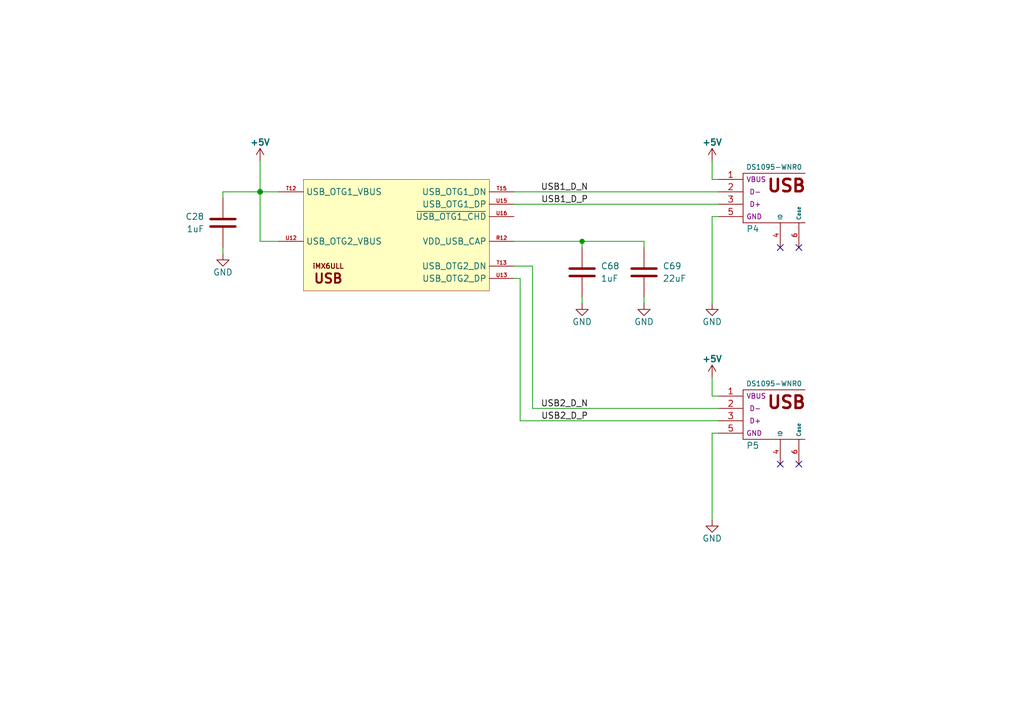
<source format=kicad_sch>
(kicad_sch (version 20210621) (generator eeschema)

  (uuid 195de958-6c0c-44e3-bd9c-75740bf6c720)

  (paper "A5")

  (title_block
    (title "iMX6ULL Compute Module & Base Board")
    (date "2021-03-23")
    (rev "1.0")
    (company "AHSA Elektronik")
  )

  (lib_symbols
    (symbol "abdullah:+5V" (power) (pin_names (offset 0)) (in_bom yes) (on_board yes)
      (property "Reference" "#PWR" (id 0) (at 0 -3.81 0)
        (effects (font (size 1.27 1.27)) hide)
      )
      (property "Value" "+5V" (id 1) (at 0 3.81 0)
        (effects (font (size 1.27 1.27) bold))
      )
      (property "Footprint" "" (id 2) (at 0 0 0)
        (effects (font (size 1.27 1.27)) hide)
      )
      (property "Datasheet" "" (id 3) (at 0 0 0)
        (effects (font (size 1.27 1.27)) hide)
      )
      (symbol "+5V_0_1"
        (polyline
          (pts
            (xy -0.762 1.27)
            (xy 0 2.54)
          )
          (stroke (width 0)) (fill (type none))
        )
        (polyline
          (pts
            (xy 0 0)
            (xy 0 2.54)
          )
          (stroke (width 0)) (fill (type none))
        )
        (polyline
          (pts
            (xy 0 2.54)
            (xy 0.762 1.27)
          )
          (stroke (width 0)) (fill (type none))
        )
      )
      (symbol "+5V_1_1"
        (pin power_in line (at 0 0 90) (length 0) hide
          (name "+5V" (effects (font (size 1.27 1.27))))
          (number "1" (effects (font (size 1.27 1.27))))
        )
      )
    )
    (symbol "abdullah:C-vert" (pin_numbers hide) (pin_names (offset 0.254)) (in_bom yes) (on_board yes)
      (property "Reference" "C" (id 0) (at 3.81 1.27 0)
        (effects (font (size 1.27 1.27)) (justify left))
      )
      (property "Value" "C-vert" (id 1) (at 3.81 -1.27 0)
        (effects (font (size 1.27 1.27)) (justify left))
      )
      (property "Footprint" "" (id 2) (at 1.27 -1.27 0)
        (effects (font (size 1.524 1.524)) hide)
      )
      (property "Datasheet" "" (id 3) (at 0 0 0)
        (effects (font (size 1.524 1.524)))
      )
      (property "Voltage" "V" (id 4) (at 3.81 -3.81 0)
        (effects (font (size 1.016 1.016)) (justify left) hide)
      )
      (property "Details" "Capacitor Ceramic Chip SMD 100nF 50V 0805 5%" (id 5) (at 0 0 0)
        (effects (font (size 1.27 1.27)) hide)
      )
      (property "ki_fp_filters" "SM* C? C1-1" (id 6) (at 0 0 0)
        (effects (font (size 1.27 1.27)) hide)
      )
      (symbol "C-vert_0_1"
        (polyline
          (pts
            (xy -2.54 -0.762)
            (xy 2.54 -0.762)
          )
          (stroke (width 0.508)) (fill (type none))
        )
        (polyline
          (pts
            (xy -2.54 0.762)
            (xy 2.54 0.762)
          )
          (stroke (width 0.508)) (fill (type none))
        )
      )
      (symbol "C-vert_1_1"
        (pin passive line (at 0 5.08 270) (length 4.318)
          (name "~" (effects (font (size 1.016 1.016))))
          (number "1" (effects (font (size 1.016 1.016))))
        )
        (pin passive line (at 0 -5.08 90) (length 4.318)
          (name "~" (effects (font (size 1.016 1.016))))
          (number "2" (effects (font (size 1.016 1.016))))
        )
      )
    )
    (symbol "abdullah:Connector-USB" (in_bom yes) (on_board yes)
      (property "Reference" "P" (id 0) (at -0.635 6.35 0)
        (effects (font (size 1.27 1.27)) (justify right))
      )
      (property "Value" "Connector-USB" (id 1) (at -13.97 0 90)
        (effects (font (size 1.016 1.016)) hide)
      )
      (property "Footprint" "" (id 2) (at 0 0 0)
        (effects (font (size 1.524 1.524)))
      )
      (property "Datasheet" "" (id 3) (at 0 0 0)
        (effects (font (size 1.524 1.524)))
      )
      (property "VCC" "VBUS" (id 4) (at -0.635 3.81 0)
        (effects (font (size 1.016 1.016)) (justify right))
      )
      (property "Data+" "D+" (id 5) (at -1.27 -1.27 0)
        (effects (font (size 1.016 1.016)) (justify right))
      )
      (property "Data-" "D-" (id 6) (at -1.27 1.27 0)
        (effects (font (size 1.016 1.016)) (justify right))
      )
      (property "Ground" "GND" (id 7) (at -0.635 -3.81 0)
        (effects (font (size 1.016 1.016)) (justify right))
      )
      (property "ki_keywords" "USB usb CONNECTOR connector" (id 8) (at 0 0 0)
        (effects (font (size 1.27 1.27)) hide)
      )
      (property "ki_description" "USB Connector" (id 9) (at 0 0 0)
        (effects (font (size 1.27 1.27)) hide)
      )
      (symbol "Connector-USB_0_0"
        (text "USB" (at -8.89 2.54 0)
          (effects (font (size 2.54 2.54) bold))
        )
      )
      (symbol "Connector-USB_0_1"
        (rectangle (start 0 -5.08) (end -12.7 -5.08)
          (stroke (width 0)) (fill (type none))
        )
        (rectangle (start 0 5.08) (end -12.7 5.08)
          (stroke (width 0)) (fill (type none))
        )
        (rectangle (start 0 5.08) (end 0 -5.08)
          (stroke (width 0)) (fill (type none))
        )
      )
      (symbol "Connector-USB_1_1"
        (pin input line (at 5.08 3.81 180) (length 5.08)
          (name "~" (effects (font (size 1.27 1.27))))
          (number "1" (effects (font (size 1.27 1.27))))
        )
        (pin input line (at 5.08 1.27 180) (length 5.08)
          (name "~" (effects (font (size 1.27 1.27))))
          (number "2" (effects (font (size 1.27 1.27))))
        )
        (pin input line (at 5.08 -1.27 180) (length 5.08)
          (name "~" (effects (font (size 1.27 1.27))))
          (number "3" (effects (font (size 1.27 1.27))))
        )
        (pin input line (at -7.62 -10.16 90) (length 5.08)
          (name "ID" (effects (font (size 0.762 0.762))))
          (number "4" (effects (font (size 1.016 1.016))))
        )
        (pin input line (at 5.08 -3.81 180) (length 5.08)
          (name "~" (effects (font (size 1.27 1.27))))
          (number "5" (effects (font (size 1.27 1.27))))
        )
        (pin input line (at -11.43 -10.16 90) (length 5.08)
          (name "Case" (effects (font (size 0.762 0.762))))
          (number "6" (effects (font (size 1.016 1.016))))
        )
      )
    )
    (symbol "abdullah:GND" (power) (pin_names (offset 0)) (in_bom yes) (on_board yes)
      (property "Reference" "#PWR" (id 0) (at 0 -6.35 0)
        (effects (font (size 1.27 1.27)) hide)
      )
      (property "Value" "GND" (id 1) (at 0 -3.81 0)
        (effects (font (size 1.27 1.27)))
      )
      (property "Footprint" "" (id 2) (at 0 0 0)
        (effects (font (size 1.27 1.27)) hide)
      )
      (property "Datasheet" "" (id 3) (at 0 0 0)
        (effects (font (size 1.27 1.27)) hide)
      )
      (symbol "GND_0_1"
        (polyline
          (pts
            (xy 0 0)
            (xy 0 -1.27)
            (xy 1.27 -1.27)
            (xy 0 -2.54)
            (xy -1.27 -1.27)
            (xy 0 -1.27)
          )
          (stroke (width 0)) (fill (type none))
        )
      )
      (symbol "GND_1_1"
        (pin power_in line (at 0 0 270) (length 0) hide
          (name "GND" (effects (font (size 1.27 1.27))))
          (number "1" (effects (font (size 1.27 1.27))))
        )
      )
    )
    (symbol "abdullah:iMX6ULL_8" (in_bom yes) (on_board yes)
      (property "Reference" "U" (id 0) (at -24.13 -71.12 0)
        (effects (font (size 1.27 1.27)) hide)
      )
      (property "Value" "iMX6ULL" (id 1) (at -21.59 60.96 0)
        (effects (font (size 1.27 1.27)) hide)
      )
      (property "Footprint" "" (id 2) (at -49.53 41.91 0)
        (effects (font (size 1.27 1.27)) hide)
      )
      (property "Datasheet" "" (id 3) (at -49.53 41.91 0)
        (effects (font (size 1.27 1.27)) hide)
      )
      (property "ki_locked" "" (id 4) (at 0 0 0)
        (effects (font (size 1.27 1.27)))
      )
      (symbol "iMX6ULL_8_1_1"
        (text "iMX6ULL" (at 0 -52.07 0)
          (effects (font (size 3.81 3.81)))
        )
        (text "POWER" (at 0 -60.96 0)
          (effects (font (size 5.08 5.08) bold))
        )
        (rectangle (start -25.4 58.42) (end 26.67 -71.12)
          (stroke (width 0.0006)) (fill (type background))
        )
        (pin unspecified line (at -30.48 -12.7 0) (length 5.08)
          (name "VSS1" (effects (font (size 1.27 1.27))))
          (number "A1" (effects (font (size 0.762 0.762))))
        )
        (pin unspecified line (at -30.48 -15.24 0) (length 5.08)
          (name "VSS2" (effects (font (size 1.27 1.27))))
          (number "A17" (effects (font (size 0.762 0.762))))
        )
        (pin unspecified line (at -30.48 -22.86 0) (length 5.08)
          (name "VSS5" (effects (font (size 1.27 1.27))))
          (number "C11" (effects (font (size 0.762 0.762))))
        )
        (pin unspecified line (at -30.48 -25.4 0) (length 5.08)
          (name "VSS6" (effects (font (size 1.27 1.27))))
          (number "C15" (effects (font (size 0.762 0.762))))
        )
        (pin unspecified line (at -30.48 -17.78 0) (length 5.08)
          (name "VSS3" (effects (font (size 1.27 1.27))))
          (number "C3" (effects (font (size 0.762 0.762))))
        )
        (pin unspecified line (at -30.48 -20.32 0) (length 5.08)
          (name "VSS4" (effects (font (size 1.27 1.27))))
          (number "C7" (effects (font (size 0.762 0.762))))
        )
        (pin unspecified line (at -30.48 -30.48 0) (length 5.08)
          (name "VSS8" (effects (font (size 1.27 1.27))))
          (number "E11" (effects (font (size 0.762 0.762))))
        )
        (pin unspecified line (at -30.48 -27.94 0) (length 5.08)
          (name "VSS7" (effects (font (size 1.27 1.27))))
          (number "E8" (effects (font (size 0.762 0.762))))
        )
        (pin unspecified line (at -30.48 -43.18 0) (length 5.08)
          (name "VSS13" (effects (font (size 1.27 1.27))))
          (number "F10" (effects (font (size 0.762 0.762))))
        )
        (pin unspecified line (at -30.48 -45.72 0) (length 5.08)
          (name "VSS14" (effects (font (size 1.27 1.27))))
          (number "F11" (effects (font (size 0.762 0.762))))
        )
        (pin unspecified line (at -30.48 -48.26 0) (length 5.08)
          (name "VSS15" (effects (font (size 1.27 1.27))))
          (number "F12" (effects (font (size 0.762 0.762))))
        )
        (pin unspecified line (at -30.48 -33.02 0) (length 5.08)
          (name "VSS9" (effects (font (size 1.27 1.27))))
          (number "F6" (effects (font (size 0.762 0.762))))
        )
        (pin unspecified line (at -30.48 -35.56 0) (length 5.08)
          (name "VSS10" (effects (font (size 1.27 1.27))))
          (number "F7" (effects (font (size 0.762 0.762))))
        )
        (pin unspecified line (at -30.48 -38.1 0) (length 5.08)
          (name "VSS11" (effects (font (size 1.27 1.27))))
          (number "F8" (effects (font (size 0.762 0.762))))
        )
        (pin unspecified line (at -30.48 -40.64 0) (length 5.08)
          (name "VSS12" (effects (font (size 1.27 1.27))))
          (number "F9" (effects (font (size 0.762 0.762))))
        )
        (pin unspecified line (at 31.75 53.34 180) (length 5.08)
          (name "VDD_ARM_CAP_2" (effects (font (size 1.27 1.27))))
          (number "G10" (effects (font (size 0.762 0.762))))
        )
        (pin unspecified line (at 31.75 50.8 180) (length 5.08)
          (name "VDD_ARM_CAP_3" (effects (font (size 1.27 1.27))))
          (number "G11" (effects (font (size 0.762 0.762))))
        )
        (pin unspecified line (at -30.48 -58.42 0) (length 5.08)
          (name "VSS19" (effects (font (size 1.27 1.27))))
          (number "G12" (effects (font (size 0.762 0.762))))
        )
        (pin unspecified line (at -30.48 -60.96 0) (length 5.08)
          (name "VSS20" (effects (font (size 1.27 1.27))))
          (number "G15" (effects (font (size 0.762 0.762))))
        )
        (pin unspecified line (at -30.48 -50.8 0) (length 5.08)
          (name "VSS16" (effects (font (size 1.27 1.27))))
          (number "G3" (effects (font (size 0.762 0.762))))
        )
        (pin unspecified line (at -30.48 -53.34 0) (length 5.08)
          (name "VSS17" (effects (font (size 1.27 1.27))))
          (number "G5" (effects (font (size 0.762 0.762))))
        )
        (pin unspecified line (at -30.48 -55.88 0) (length 5.08)
          (name "VSS18" (effects (font (size 1.27 1.27))))
          (number "G7" (effects (font (size 0.762 0.762))))
        )
        (pin unspecified line (at 31.75 43.18 180) (length 5.08)
          (name "VDD_SOC_CAP1" (effects (font (size 1.27 1.27))))
          (number "G8" (effects (font (size 0.762 0.762))))
        )
        (pin unspecified line (at 31.75 55.88 180) (length 5.08)
          (name "VDD_ARM_CAP_1" (effects (font (size 1.27 1.27))))
          (number "G9" (effects (font (size 0.762 0.762))))
        )
        (pin unspecified line (at -30.48 40.64 0) (length 5.08)
          (name "VDD_SOC_IN2" (effects (font (size 1.27 1.27))))
          (number "H10" (effects (font (size 0.762 0.762))))
        )
        (pin unspecified line (at 31.75 48.26 180) (length 5.08)
          (name "VDD_ARM_CAP_4" (effects (font (size 1.27 1.27))))
          (number "H11" (effects (font (size 0.762 0.762))))
        )
        (pin unspecified line (at -30.48 -66.04 0) (length 5.08)
          (name "VSS22" (effects (font (size 1.27 1.27))))
          (number "H12" (effects (font (size 0.762 0.762))))
        )
        (pin unspecified line (at -30.48 -63.5 0) (length 5.08)
          (name "VSS21" (effects (font (size 1.27 1.27))))
          (number "H7" (effects (font (size 0.762 0.762))))
        )
        (pin unspecified line (at 31.75 40.64 180) (length 5.08)
          (name "VDD_SOC_CAP2" (effects (font (size 1.27 1.27))))
          (number "H8" (effects (font (size 0.762 0.762))))
        )
        (pin unspecified line (at -30.48 43.18 0) (length 5.08)
          (name "VDD_SOC_IN1" (effects (font (size 1.27 1.27))))
          (number "H9" (effects (font (size 0.762 0.762))))
        )
        (pin unspecified line (at -30.48 35.56 0) (length 5.08)
          (name "VDD_SOC_IN4" (effects (font (size 1.27 1.27))))
          (number "J10" (effects (font (size 0.762 0.762))))
        )
        (pin unspecified line (at 31.75 35.56 180) (length 5.08)
          (name "VDD_SOC_CAP4" (effects (font (size 1.27 1.27))))
          (number "J11" (effects (font (size 0.762 0.762))))
        )
        (pin unspecified line (at 31.75 -66.04 180) (length 5.08)
          (name "VSS25" (effects (font (size 1.27 1.27))))
          (number "J12" (effects (font (size 0.762 0.762))))
        )
        (pin unspecified line (at -30.48 -68.58 0) (length 5.08)
          (name "VSS23" (effects (font (size 1.27 1.27))))
          (number "J5" (effects (font (size 0.762 0.762))))
        )
        (pin unspecified line (at 31.75 -68.58 180) (length 5.08)
          (name "VSS24" (effects (font (size 1.27 1.27))))
          (number "J7" (effects (font (size 0.762 0.762))))
        )
        (pin unspecified line (at 31.75 38.1 180) (length 5.08)
          (name "VDD_SOC_CAP3" (effects (font (size 1.27 1.27))))
          (number "J8" (effects (font (size 0.762 0.762))))
        )
        (pin unspecified line (at -30.48 38.1 0) (length 5.08)
          (name "VDD_SOC_IN3" (effects (font (size 1.27 1.27))))
          (number "J9" (effects (font (size 0.762 0.762))))
        )
        (pin unspecified line (at -30.48 30.48 0) (length 5.08)
          (name "VDD_SOC_IN6" (effects (font (size 1.27 1.27))))
          (number "K10" (effects (font (size 0.762 0.762))))
        )
        (pin unspecified line (at 31.75 30.48 180) (length 5.08)
          (name "VDD_SOC_CAP6" (effects (font (size 1.27 1.27))))
          (number "K11" (effects (font (size 0.762 0.762))))
        )
        (pin unspecified line (at 31.75 -60.96 180) (length 5.08)
          (name "VSS27" (effects (font (size 1.27 1.27))))
          (number "K12" (effects (font (size 0.762 0.762))))
        )
        (pin unspecified line (at 31.75 -63.5 180) (length 5.08)
          (name "VSS26" (effects (font (size 1.27 1.27))))
          (number "K7" (effects (font (size 0.762 0.762))))
        )
        (pin unspecified line (at 31.75 33.02 180) (length 5.08)
          (name "VDD_SOC_CAP5" (effects (font (size 1.27 1.27))))
          (number "K8" (effects (font (size 0.762 0.762))))
        )
        (pin unspecified line (at -30.48 33.02 0) (length 5.08)
          (name "VDD_SOC_IN5" (effects (font (size 1.27 1.27))))
          (number "K9" (effects (font (size 0.762 0.762))))
        )
        (pin unspecified line (at 31.75 22.86 180) (length 5.08)
          (name "VDD_SOC_CAP9" (effects (font (size 1.27 1.27))))
          (number "L10" (effects (font (size 0.762 0.762))))
        )
        (pin unspecified line (at 31.75 20.32 180) (length 5.08)
          (name "VDD_SOC_CAP10" (effects (font (size 1.27 1.27))))
          (number "L11" (effects (font (size 0.762 0.762))))
        )
        (pin unspecified line (at 31.75 -53.34 180) (length 5.08)
          (name "VSS30" (effects (font (size 1.27 1.27))))
          (number "L12" (effects (font (size 0.762 0.762))))
        )
        (pin unspecified line (at 31.75 -58.42 180) (length 5.08)
          (name "VSS28" (effects (font (size 1.27 1.27))))
          (number "L3" (effects (font (size 0.762 0.762))))
        )
        (pin unspecified line (at 31.75 -55.88 180) (length 5.08)
          (name "VSS29" (effects (font (size 1.27 1.27))))
          (number "L7" (effects (font (size 0.762 0.762))))
        )
        (pin unspecified line (at 31.75 27.94 180) (length 5.08)
          (name "VDD_SOC_CAP7" (effects (font (size 1.27 1.27))))
          (number "L8" (effects (font (size 0.762 0.762))))
        )
        (pin unspecified line (at 31.75 25.4 180) (length 5.08)
          (name "VDD_SOC_CAP8" (effects (font (size 1.27 1.27))))
          (number "L9" (effects (font (size 0.762 0.762))))
        )
        (pin unspecified line (at 31.75 -43.18 180) (length 5.08)
          (name "VSS34" (effects (font (size 1.27 1.27))))
          (number "M10" (effects (font (size 0.762 0.762))))
        )
        (pin unspecified line (at 31.75 -40.64 180) (length 5.08)
          (name "VSS35" (effects (font (size 1.27 1.27))))
          (number "M11" (effects (font (size 0.762 0.762))))
        )
        (pin unspecified line (at -30.48 -10.16 0) (length 5.08)
          (name "NGND_KEL0" (effects (font (size 1.27 1.27))))
          (number "M12" (effects (font (size 0.762 0.762))))
        )
        (pin unspecified line (at 31.75 -50.8 180) (length 5.08)
          (name "VSS31" (effects (font (size 1.27 1.27))))
          (number "M7" (effects (font (size 0.762 0.762))))
        )
        (pin unspecified line (at 31.75 -48.26 180) (length 5.08)
          (name "VSS32" (effects (font (size 1.27 1.27))))
          (number "M8" (effects (font (size 0.762 0.762))))
        )
        (pin unspecified line (at 31.75 -45.72 180) (length 5.08)
          (name "VSS33" (effects (font (size 1.27 1.27))))
          (number "M9" (effects (font (size 0.762 0.762))))
        )
        (pin unspecified line (at 31.75 -1.27 180) (length 5.08)
          (name "VDD_SNVS_CAP" (effects (font (size 1.27 1.27))))
          (number "N12" (effects (font (size 0.762 0.762))))
        )
        (pin unspecified line (at -30.48 13.97 0) (length 5.08)
          (name "VDD_HIGH_IN" (effects (font (size 1.27 1.27))))
          (number "N13" (effects (font (size 0.762 0.762))))
        )
        (pin unspecified line (at 31.75 -38.1 180) (length 5.08)
          (name "VSS36" (effects (font (size 1.27 1.27))))
          (number "N3" (effects (font (size 0.762 0.762))))
        )
        (pin unspecified line (at 31.75 -35.56 180) (length 5.08)
          (name "VSS37" (effects (font (size 1.27 1.27))))
          (number "N5" (effects (font (size 0.762 0.762))))
        )
        (pin unspecified line (at -30.48 3.81 0) (length 5.08)
          (name "VDD_SNVS_IN" (effects (font (size 1.27 1.27))))
          (number "P12" (effects (font (size 0.762 0.762))))
        )
        (pin unspecified line (at 31.75 3.81 180) (length 5.08)
          (name "NVCC_PLL" (effects (font (size 1.27 1.27))))
          (number "P13" (effects (font (size 0.762 0.762))))
        )
        (pin unspecified line (at 31.75 -25.4 180) (length 5.08)
          (name "VSS41" (effects (font (size 1.27 1.27))))
          (number "R11" (effects (font (size 0.762 0.762))))
        )
        (pin unspecified line (at 31.75 13.97 180) (length 5.08)
          (name "VDD_HIGH_CAP1" (effects (font (size 1.27 1.27))))
          (number "R14" (effects (font (size 0.762 0.762))))
        )
        (pin unspecified line (at 31.75 11.43 180) (length 5.08)
          (name "VDD_HIGH_CAP2" (effects (font (size 1.27 1.27))))
          (number "R15" (effects (font (size 0.762 0.762))))
        )
        (pin unspecified line (at 31.75 -22.86 180) (length 5.08)
          (name "VSS42" (effects (font (size 1.27 1.27))))
          (number "R16" (effects (font (size 0.762 0.762))))
        )
        (pin unspecified line (at 31.75 -20.32 180) (length 5.08)
          (name "VSS43" (effects (font (size 1.27 1.27))))
          (number "R17" (effects (font (size 0.762 0.762))))
        )
        (pin unspecified line (at 31.75 -33.02 180) (length 5.08)
          (name "VSS38" (effects (font (size 1.27 1.27))))
          (number "R3" (effects (font (size 0.762 0.762))))
        )
        (pin unspecified line (at 31.75 -30.48 180) (length 5.08)
          (name "VSS39" (effects (font (size 1.27 1.27))))
          (number "R5" (effects (font (size 0.762 0.762))))
        )
        (pin unspecified line (at 31.75 -27.94 180) (length 5.08)
          (name "VSS40" (effects (font (size 1.27 1.27))))
          (number "R7" (effects (font (size 0.762 0.762))))
        )
        (pin unspecified line (at 31.75 -17.78 180) (length 5.08)
          (name "VSS44" (effects (font (size 1.27 1.27))))
          (number "T14" (effects (font (size 0.762 0.762))))
        )
        (pin unspecified line (at 31.75 -15.24 180) (length 5.08)
          (name "VSS45" (effects (font (size 1.27 1.27))))
          (number "U1" (effects (font (size 0.762 0.762))))
        )
        (pin unspecified line (at 31.75 -12.7 180) (length 5.08)
          (name "VSS46" (effects (font (size 1.27 1.27))))
          (number "U14" (effects (font (size 0.762 0.762))))
        )
        (pin unspecified line (at 31.75 -10.16 180) (length 5.08)
          (name "VSS47" (effects (font (size 1.27 1.27))))
          (number "U17" (effects (font (size 0.762 0.762))))
        )
      )
      (symbol "iMX6ULL_8_2_1"
        (text "DRAM" (at 1.27 33.02 0)
          (effects (font (size 5.08 5.08) bold))
        )
        (text "iMX6ULL" (at 1.27 41.91 0)
          (effects (font (size 3.81 3.81)))
        )
        (rectangle (start -29.21 48.26) (end 30.48 -54.61)
          (stroke (width 0.0006)) (fill (type background))
        )
        (pin unspecified line (at 35.56 -17.78 180) (length 5.08)
          (name "DRAM_ODT1" (effects (font (size 1.27 1.27))))
          (number "F1" (effects (font (size 0.762 0.762))))
        )
        (pin unspecified line (at -34.29 10.16 0) (length 5.08)
          (name "DRAM_ADDR14" (effects (font (size 1.27 1.27))))
          (number "G1" (effects (font (size 0.762 0.762))))
        )
        (pin unspecified line (at -34.29 30.48 0) (length 5.08)
          (name "DRAM_ADDR6" (effects (font (size 1.27 1.27))))
          (number "G2" (effects (font (size 0.762 0.762))))
        )
        (pin unspecified line (at -34.29 -39.37 0) (length 5.08)
          (name "DRAM_RESET" (effects (font (size 1.27 1.27))))
          (number "G4" (effects (font (size 0.762 0.762))))
        )
        (pin unspecified line (at 35.56 -39.37 180) (length 5.08)
          (name "NVCC_DRAM1" (effects (font (size 1.27 1.27))))
          (number "G6" (effects (font (size 0.762 0.762))))
        )
        (pin unspecified line (at -34.29 -5.08 0) (length 5.08)
          (name "DRAM_SDBA1" (effects (font (size 1.27 1.27))))
          (number "H1" (effects (font (size 0.762 0.762))))
        )
        (pin unspecified line (at -34.29 43.18 0) (length 5.08)
          (name "DRAM_ADDR1" (effects (font (size 1.27 1.27))))
          (number "H2" (effects (font (size 0.762 0.762))))
        )
        (pin unspecified line (at -34.29 12.7 0) (length 5.08)
          (name "DRAM_ADDR13" (effects (font (size 1.27 1.27))))
          (number "H3" (effects (font (size 0.762 0.762))))
        )
        (pin unspecified line (at -34.29 27.94 0) (length 5.08)
          (name "DRAM_ADDR7" (effects (font (size 1.27 1.27))))
          (number "H4" (effects (font (size 0.762 0.762))))
        )
        (pin unspecified line (at -34.29 -16.51 0) (length 5.08)
          (name "~{DRAM_CS1}" (effects (font (size 1.27 1.27))))
          (number "H5" (effects (font (size 0.762 0.762))))
        )
        (pin unspecified line (at 35.56 -41.91 180) (length 5.08)
          (name "NVCC_DRAM2" (effects (font (size 1.27 1.27))))
          (number "H6" (effects (font (size 0.762 0.762))))
        )
        (pin unspecified line (at -34.29 -26.67 0) (length 5.08)
          (name "~{DRAM_SDWE}" (effects (font (size 1.27 1.27))))
          (number "J1" (effects (font (size 0.762 0.762))))
        )
        (pin unspecified line (at -34.29 -24.13 0) (length 5.08)
          (name "~{DRAM_CAS}" (effects (font (size 1.27 1.27))))
          (number "J2" (effects (font (size 0.762 0.762))))
        )
        (pin unspecified line (at 35.56 -27.94 180) (length 5.08)
          (name "DRAM_SDCKE1" (effects (font (size 1.27 1.27))))
          (number "J3" (effects (font (size 0.762 0.762))))
        )
        (pin unspecified line (at -34.29 25.4 0) (length 5.08)
          (name "DRAM_ADDR8" (effects (font (size 1.27 1.27))))
          (number "J4" (effects (font (size 0.762 0.762))))
        )
        (pin unspecified line (at 35.56 -44.45 180) (length 5.08)
          (name "NVCC_DRAM3" (effects (font (size 1.27 1.27))))
          (number "J6" (effects (font (size 0.762 0.762))))
        )
        (pin unspecified line (at -34.29 40.64 0) (length 5.08)
          (name "DRAM_ADDR2" (effects (font (size 1.27 1.27))))
          (number "K1" (effects (font (size 0.762 0.762))))
        )
        (pin unspecified line (at -34.29 -7.62 0) (length 5.08)
          (name "DRAM_SDBA2" (effects (font (size 1.27 1.27))))
          (number "K2" (effects (font (size 0.762 0.762))))
        )
        (pin unspecified line (at -34.29 17.78 0) (length 5.08)
          (name "DRAM_ADDR11" (effects (font (size 1.27 1.27))))
          (number "K3" (effects (font (size 0.762 0.762))))
        )
        (pin unspecified line (at -34.29 35.56 0) (length 5.08)
          (name "DRAM_ADDR4" (effects (font (size 1.27 1.27))))
          (number "K4" (effects (font (size 0.762 0.762))))
        )
        (pin unspecified line (at -34.29 7.62 0) (length 5.08)
          (name "DRAM_ADDR15" (effects (font (size 1.27 1.27))))
          (number "K5" (effects (font (size 0.762 0.762))))
        )
        (pin unspecified line (at 35.56 -46.99 180) (length 5.08)
          (name "NVCC_DRAM4" (effects (font (size 1.27 1.27))))
          (number "K6" (effects (font (size 0.762 0.762))))
        )
        (pin unspecified line (at -34.29 33.02 0) (length 5.08)
          (name "DRAM_ADDR5" (effects (font (size 1.27 1.27))))
          (number "L1" (effects (font (size 0.762 0.762))))
        )
        (pin unspecified line (at -34.29 22.86 0) (length 5.08)
          (name "DRAM_ADDR9" (effects (font (size 1.27 1.27))))
          (number "L2" (effects (font (size 0.762 0.762))))
        )
        (pin unspecified line (at -34.29 15.24 0) (length 5.08)
          (name "DRAM_ADDR12" (effects (font (size 1.27 1.27))))
          (number "L4" (effects (font (size 0.762 0.762))))
        )
        (pin unspecified line (at -34.29 45.72 0) (length 5.08)
          (name "DRAM_ADDR0" (effects (font (size 1.27 1.27))))
          (number "L5" (effects (font (size 0.762 0.762))))
        )
        (pin unspecified line (at 35.56 -49.53 180) (length 5.08)
          (name "NVCC_DRAM5" (effects (font (size 1.27 1.27))))
          (number "L6" (effects (font (size 0.762 0.762))))
        )
        (pin unspecified line (at -34.29 -2.54 0) (length 5.08)
          (name "DRAM_SDBA0" (effects (font (size 1.27 1.27))))
          (number "M1" (effects (font (size 0.762 0.762))))
        )
        (pin unspecified line (at -34.29 38.1 0) (length 5.08)
          (name "DRAM_ADDR3" (effects (font (size 1.27 1.27))))
          (number "M2" (effects (font (size 0.762 0.762))))
        )
        (pin unspecified line (at 35.56 -30.48 180) (length 5.08)
          (name "DRAM_SDCKE0" (effects (font (size 1.27 1.27))))
          (number "M3" (effects (font (size 0.762 0.762))))
        )
        (pin unspecified line (at -34.29 20.32 0) (length 5.08)
          (name "DRAM_ADDR10" (effects (font (size 1.27 1.27))))
          (number "M4" (effects (font (size 0.762 0.762))))
        )
        (pin unspecified line (at -34.29 -21.59 0) (length 5.08)
          (name "~{DRAM_RAS}" (effects (font (size 1.27 1.27))))
          (number "M5" (effects (font (size 0.762 0.762))))
        )
        (pin unspecified line (at 35.56 -52.07 180) (length 5.08)
          (name "NVCC_DRAM6" (effects (font (size 1.27 1.27))))
          (number "M6" (effects (font (size 0.762 0.762))))
        )
        (pin unspecified line (at 35.56 -20.32 180) (length 5.08)
          (name "DRAM_ODT0" (effects (font (size 1.27 1.27))))
          (number "N1" (effects (font (size 0.762 0.762))))
        )
        (pin unspecified line (at -34.29 -13.97 0) (length 5.08)
          (name "~{DRAM_CS0}" (effects (font (size 1.27 1.27))))
          (number "N2" (effects (font (size 0.762 0.762))))
        )
        (pin unspecified line (at -34.29 -44.45 0) (length 5.08)
          (name "DRAM_ZQPAD" (effects (font (size 1.27 1.27))))
          (number "N4" (effects (font (size 0.762 0.762))))
        )
        (pin unspecified line (at -34.29 -48.26 0) (length 5.08)
          (name "NVCC_DRAM_2P5" (effects (font (size 1.27 1.27))))
          (number "N6" (effects (font (size 0.762 0.762))))
        )
        (pin unspecified line (at -34.29 -31.75 0) (length 5.08)
          (name "DRAM_SDCLK0_P" (effects (font (size 1.27 1.27))))
          (number "P1" (effects (font (size 0.762 0.762))))
        )
        (pin unspecified line (at -34.29 -34.29 0) (length 5.08)
          (name "DRAM_SDCLK0_N" (effects (font (size 1.27 1.27))))
          (number "P2" (effects (font (size 0.762 0.762))))
        )
        (pin unspecified line (at 35.56 2.54 180) (length 5.08)
          (name "DRAM_DATA13" (effects (font (size 1.27 1.27))))
          (number "P3" (effects (font (size 0.762 0.762))))
        )
        (pin unspecified line (at -34.29 -52.07 0) (length 5.08)
          (name "DRAM_VREF" (effects (font (size 1.27 1.27))))
          (number "P4" (effects (font (size 0.762 0.762))))
        )
        (pin unspecified line (at 35.56 5.08 180) (length 5.08)
          (name "DRAM_DATA12" (effects (font (size 1.27 1.27))))
          (number "P5" (effects (font (size 0.762 0.762))))
        )
        (pin unspecified line (at 35.56 25.4 180) (length 5.08)
          (name "DRAM_SDQS0_P" (effects (font (size 1.27 1.27))))
          (number "P6" (effects (font (size 0.762 0.762))))
        )
        (pin unspecified line (at 35.56 22.86 180) (length 5.08)
          (name "DRAM_SDQS0_N" (effects (font (size 1.27 1.27))))
          (number "P7" (effects (font (size 0.762 0.762))))
        )
        (pin unspecified line (at 35.56 -2.54 180) (length 5.08)
          (name "DRAM_DATA15" (effects (font (size 1.27 1.27))))
          (number "R1" (effects (font (size 0.762 0.762))))
        )
        (pin unspecified line (at 35.56 0 180) (length 5.08)
          (name "DRAM_DATA14" (effects (font (size 1.27 1.27))))
          (number "R2" (effects (font (size 0.762 0.762))))
        )
        (pin unspecified line (at 35.56 7.62 180) (length 5.08)
          (name "DRAM_DATA11" (effects (font (size 1.27 1.27))))
          (number "R4" (effects (font (size 0.762 0.762))))
        )
        (pin unspecified line (at 35.56 -5.08 180) (length 5.08)
          (name "DRAM_SDQS1_P" (effects (font (size 1.27 1.27))))
          (number "T1" (effects (font (size 0.762 0.762))))
        )
        (pin unspecified line (at 35.56 -7.62 180) (length 5.08)
          (name "DRAM_SDQS1_N" (effects (font (size 1.27 1.27))))
          (number "T2" (effects (font (size 0.762 0.762))))
        )
        (pin unspecified line (at 35.56 -10.16 180) (length 5.08)
          (name "DRAM_DQM1" (effects (font (size 1.27 1.27))))
          (number "T3" (effects (font (size 0.762 0.762))))
        )
        (pin unspecified line (at 35.56 45.72 180) (length 5.08)
          (name "DRAM_DATA0" (effects (font (size 1.27 1.27))))
          (number "T4" (effects (font (size 0.762 0.762))))
        )
        (pin unspecified line (at 35.56 30.48 180) (length 5.08)
          (name "DRAM_DATA6" (effects (font (size 1.27 1.27))))
          (number "T5" (effects (font (size 0.762 0.762))))
        )
        (pin unspecified line (at 35.56 40.64 180) (length 5.08)
          (name "DRAM_DATA2" (effects (font (size 1.27 1.27))))
          (number "T6" (effects (font (size 0.762 0.762))))
        )
        (pin unspecified line (at 35.56 20.32 180) (length 5.08)
          (name "DRAM_DQM0" (effects (font (size 1.27 1.27))))
          (number "T7" (effects (font (size 0.762 0.762))))
        )
        (pin unspecified line (at 35.56 33.02 180) (length 5.08)
          (name "DRAM_DATA5" (effects (font (size 1.27 1.27))))
          (number "T8" (effects (font (size 0.762 0.762))))
        )
        (pin unspecified line (at 35.56 15.24 180) (length 5.08)
          (name "DRAM_DATA8" (effects (font (size 1.27 1.27))))
          (number "U2" (effects (font (size 0.762 0.762))))
        )
        (pin unspecified line (at 35.56 12.7 180) (length 5.08)
          (name "DRAM_DATA9" (effects (font (size 1.27 1.27))))
          (number "U3" (effects (font (size 0.762 0.762))))
        )
        (pin unspecified line (at 35.56 27.94 180) (length 5.08)
          (name "DRAM_DATA7" (effects (font (size 1.27 1.27))))
          (number "U4" (effects (font (size 0.762 0.762))))
        )
        (pin unspecified line (at 35.56 10.16 180) (length 5.08)
          (name "DRAM_DATA10" (effects (font (size 1.27 1.27))))
          (number "U5" (effects (font (size 0.762 0.762))))
        )
        (pin unspecified line (at 35.56 43.18 180) (length 5.08)
          (name "DRAM_DATA1" (effects (font (size 1.27 1.27))))
          (number "U6" (effects (font (size 0.762 0.762))))
        )
        (pin unspecified line (at 35.56 38.1 180) (length 5.08)
          (name "DRAM_DATA3" (effects (font (size 1.27 1.27))))
          (number "U7" (effects (font (size 0.762 0.762))))
        )
        (pin unspecified line (at 35.56 35.56 180) (length 5.08)
          (name "DRAM_DATA4" (effects (font (size 1.27 1.27))))
          (number "U8" (effects (font (size 0.762 0.762))))
        )
      )
      (symbol "iMX6ULL_8_3_1"
        (text "iMX6ULL" (at -6.35 -19.05 0)
          (effects (font (size 1.905 1.905)))
        )
        (text "NAND" (at -6.35 -22.86 0)
          (effects (font (size 2.54 2.54) bold))
        )
        (rectangle (start -13.97 22.86) (end 15.24 -27.94)
          (stroke (width 0.0006)) (fill (type background))
        )
        (pin unspecified line (at 20.32 0 180) (length 5.08)
          (name "~{NAND_READY}" (effects (font (size 1.27 1.27))))
          (number "A3" (effects (font (size 0.762 0.762))))
        )
        (pin unspecified line (at 20.32 10.16 180) (length 5.08)
          (name "NAND_CLE" (effects (font (size 1.27 1.27))))
          (number "A4" (effects (font (size 0.762 0.762))))
        )
        (pin unspecified line (at 20.32 -25.4 180) (length 5.08)
          (name "NAND_DATA7" (effects (font (size 1.27 1.27))))
          (number "A5" (effects (font (size 0.762 0.762))))
        )
        (pin unspecified line (at 20.32 -22.86 180) (length 5.08)
          (name "NAND_DATA6" (effects (font (size 1.27 1.27))))
          (number "A6" (effects (font (size 0.762 0.762))))
        )
        (pin unspecified line (at 20.32 -12.7 180) (length 5.08)
          (name "NAND_DATA2" (effects (font (size 1.27 1.27))))
          (number "A7" (effects (font (size 0.762 0.762))))
        )
        (pin unspecified line (at 20.32 12.7 180) (length 5.08)
          (name "NAND_ALE" (effects (font (size 1.27 1.27))))
          (number "B4" (effects (font (size 0.762 0.762))))
        )
        (pin unspecified line (at 20.32 17.78 180) (length 5.08)
          (name "~{NAND_CE1}" (effects (font (size 1.27 1.27))))
          (number "B5" (effects (font (size 0.762 0.762))))
        )
        (pin unspecified line (at 20.32 -20.32 180) (length 5.08)
          (name "NAND_DATA5" (effects (font (size 1.27 1.27))))
          (number "B6" (effects (font (size 0.762 0.762))))
        )
        (pin unspecified line (at 20.32 -10.16 180) (length 5.08)
          (name "NAND_DATA1" (effects (font (size 1.27 1.27))))
          (number "B7" (effects (font (size 0.762 0.762))))
        )
        (pin unspecified line (at 20.32 20.32 180) (length 5.08)
          (name "~{NAND_CE0}" (effects (font (size 1.27 1.27))))
          (number "C5" (effects (font (size 0.762 0.762))))
        )
        (pin unspecified line (at 20.32 -17.78 180) (length 5.08)
          (name "NAND_DATA4" (effects (font (size 1.27 1.27))))
          (number "C6" (effects (font (size 0.762 0.762))))
        )
        (pin unspecified line (at 20.32 5.08 180) (length 5.08)
          (name "~{NAND_WE}" (effects (font (size 1.27 1.27))))
          (number "C8" (effects (font (size 0.762 0.762))))
        )
        (pin unspecified line (at 20.32 2.54 180) (length 5.08)
          (name "~{NAND_WP}" (effects (font (size 1.27 1.27))))
          (number "D5" (effects (font (size 0.762 0.762))))
        )
        (pin unspecified line (at 20.32 -15.24 180) (length 5.08)
          (name "NAND_DATA3" (effects (font (size 1.27 1.27))))
          (number "D6" (effects (font (size 0.762 0.762))))
        )
        (pin unspecified line (at 20.32 -7.62 180) (length 5.08)
          (name "NAND_DATA0" (effects (font (size 1.27 1.27))))
          (number "D7" (effects (font (size 0.762 0.762))))
        )
        (pin unspecified line (at 20.32 7.62 180) (length 5.08)
          (name "~{NAND_RE}" (effects (font (size 1.27 1.27))))
          (number "D8" (effects (font (size 0.762 0.762))))
        )
        (pin unspecified line (at 20.32 -2.54 180) (length 5.08)
          (name "NAND_DQS" (effects (font (size 1.27 1.27))))
          (number "E6" (effects (font (size 0.762 0.762))))
        )
        (pin unspecified line (at -19.05 20.32 0) (length 5.08)
          (name "NVCC_NAND" (effects (font (size 1.27 1.27))))
          (number "E7" (effects (font (size 0.762 0.762))))
        )
      )
      (symbol "iMX6ULL_8_4_1"
        (text "CSI" (at -6.35 -16.51 0)
          (effects (font (size 2.54 2.54) bold))
        )
        (text "iMX6ULL" (at -6.35 -12.7 0)
          (effects (font (size 1.651 1.651)))
        )
        (rectangle (start -12.7 17.78) (end 11.43 -20.32)
          (stroke (width 0.0006)) (fill (type background))
        )
        (pin unspecified line (at 16.51 -17.78 180) (length 5.08)
          (name "CSI_DATA7" (effects (font (size 1.27 1.27))))
          (number "D1" (effects (font (size 0.762 0.762))))
        )
        (pin unspecified line (at 16.51 -15.24 180) (length 5.08)
          (name "CSI_DATA6" (effects (font (size 1.27 1.27))))
          (number "D2" (effects (font (size 0.762 0.762))))
        )
        (pin unspecified line (at 16.51 -12.7 180) (length 5.08)
          (name "CSI_DATA5" (effects (font (size 1.27 1.27))))
          (number "D3" (effects (font (size 0.762 0.762))))
        )
        (pin unspecified line (at 16.51 -10.16 180) (length 5.08)
          (name "CSI_DATA4" (effects (font (size 1.27 1.27))))
          (number "D4" (effects (font (size 0.762 0.762))))
        )
        (pin unspecified line (at 16.51 -7.62 180) (length 5.08)
          (name "CSI_DATA3" (effects (font (size 1.27 1.27))))
          (number "E1" (effects (font (size 0.762 0.762))))
        )
        (pin unspecified line (at 16.51 -5.08 180) (length 5.08)
          (name "CSI_DATA2" (effects (font (size 1.27 1.27))))
          (number "E2" (effects (font (size 0.762 0.762))))
        )
        (pin unspecified line (at 16.51 -2.54 180) (length 5.08)
          (name "CSI_DATA1" (effects (font (size 1.27 1.27))))
          (number "E3" (effects (font (size 0.762 0.762))))
        )
        (pin unspecified line (at 16.51 0 180) (length 5.08)
          (name "CSI_DATA0" (effects (font (size 1.27 1.27))))
          (number "E4" (effects (font (size 0.762 0.762))))
        )
        (pin unspecified line (at 16.51 12.7 180) (length 5.08)
          (name "CSI_PIXCLK" (effects (font (size 1.27 1.27))))
          (number "E5" (effects (font (size 0.762 0.762))))
        )
        (pin unspecified line (at 16.51 7.62 180) (length 5.08)
          (name "CSI_VSYNC" (effects (font (size 1.27 1.27))))
          (number "F2" (effects (font (size 0.762 0.762))))
        )
        (pin unspecified line (at 16.51 5.08 180) (length 5.08)
          (name "CSI_HSYNC" (effects (font (size 1.27 1.27))))
          (number "F3" (effects (font (size 0.762 0.762))))
        )
        (pin unspecified line (at -17.78 15.24 0) (length 5.08)
          (name "NVCC_CSI" (effects (font (size 1.27 1.27))))
          (number "F4" (effects (font (size 0.762 0.762))))
        )
        (pin unspecified line (at 16.51 15.24 180) (length 5.08)
          (name "CSI_MCLK" (effects (font (size 1.27 1.27))))
          (number "F5" (effects (font (size 0.762 0.762))))
        )
      )
      (symbol "iMX6ULL_8_5_1"
        (text "GPIO" (at -5.08 -10.16 0)
          (effects (font (size 2.54 2.54) bold))
        )
        (text "iMX6ULL" (at -5.08 -6.35 0)
          (effects (font (size 1.651 1.651)))
        )
        (rectangle (start -13.97 12.7) (end 15.24 -15.24)
          (stroke (width 0.0006)) (fill (type background))
        )
        (pin unspecified line (at -19.05 10.16 0) (length 5.08)
          (name "NVCC_GPIO" (effects (font (size 1.27 1.27))))
          (number "J13" (effects (font (size 0.762 0.762))))
        )
        (pin unspecified line (at 20.32 10.16 180) (length 5.08)
          (name "GPIO1_IO0" (effects (font (size 1.27 1.27))))
          (number "K13" (effects (font (size 0.762 0.762))))
        )
        (pin unspecified line (at 20.32 -5.08 180) (length 5.08)
          (name "GPIO1_IO6" (effects (font (size 1.27 1.27))))
          (number "K17" (effects (font (size 0.762 0.762))))
        )
        (pin unspecified line (at 20.32 5.08 180) (length 5.08)
          (name "GPIO1_IO2" (effects (font (size 1.27 1.27))))
          (number "L14" (effects (font (size 0.762 0.762))))
        )
        (pin unspecified line (at 20.32 7.62 180) (length 5.08)
          (name "GPIO1_IO1" (effects (font (size 1.27 1.27))))
          (number "L15" (effects (font (size 0.762 0.762))))
        )
        (pin unspecified line (at 20.32 -7.62 180) (length 5.08)
          (name "GPIO1_IO7" (effects (font (size 1.27 1.27))))
          (number "L16" (effects (font (size 0.762 0.762))))
        )
        (pin unspecified line (at 20.32 2.54 180) (length 5.08)
          (name "GPIO1_IO3" (effects (font (size 1.27 1.27))))
          (number "L17" (effects (font (size 0.762 0.762))))
        )
        (pin unspecified line (at 20.32 -12.7 180) (length 5.08)
          (name "GPIO1_IO9" (effects (font (size 1.27 1.27))))
          (number "M15" (effects (font (size 0.762 0.762))))
        )
        (pin unspecified line (at 20.32 0 180) (length 5.08)
          (name "GPIO1_IO4" (effects (font (size 1.27 1.27))))
          (number "M16" (effects (font (size 0.762 0.762))))
        )
        (pin unspecified line (at 20.32 -2.54 180) (length 5.08)
          (name "GPIO1_IO5" (effects (font (size 1.27 1.27))))
          (number "M17" (effects (font (size 0.762 0.762))))
        )
        (pin unspecified line (at 20.32 -10.16 180) (length 5.08)
          (name "GPIO1_IO8" (effects (font (size 1.27 1.27))))
          (number "N17" (effects (font (size 0.762 0.762))))
        )
      )
      (symbol "iMX6ULL_8_6_1"
        (text "ETHERNET" (at -7.62 -21.59 0)
          (effects (font (size 2.54 2.54) bold))
        )
        (text "iMX6ULL" (at -7.62 -17.78 0)
          (effects (font (size 1.651 1.651)))
        )
        (rectangle (start -19.05 20.32) (end 21.59 -25.4)
          (stroke (width 0.0006)) (fill (type background))
        )
        (pin unspecified line (at 26.67 -5.08 180) (length 5.08)
          (name "ENET2_TX_DATA0" (effects (font (size 1.27 1.27))))
          (number "A15" (effects (font (size 0.762 0.762))))
        )
        (pin unspecified line (at 26.67 -7.62 180) (length 5.08)
          (name "ENET2_TX_DATA1" (effects (font (size 1.27 1.27))))
          (number "A16" (effects (font (size 0.762 0.762))))
        )
        (pin unspecified line (at 26.67 -10.16 180) (length 5.08)
          (name "ENET2_TX_EN" (effects (font (size 1.27 1.27))))
          (number "B15" (effects (font (size 0.762 0.762))))
        )
        (pin unspecified line (at 26.67 -22.86 180) (length 5.08)
          (name "ENET2_RX_EN" (effects (font (size 1.27 1.27))))
          (number "B17" (effects (font (size 0.762 0.762))))
        )
        (pin unspecified line (at 26.67 -17.78 180) (length 5.08)
          (name "ENET2_RX_DATA1" (effects (font (size 1.27 1.27))))
          (number "C16" (effects (font (size 0.762 0.762))))
        )
        (pin unspecified line (at 26.67 -15.24 180) (length 5.08)
          (name "ENET2_RX_DATA0" (effects (font (size 1.27 1.27))))
          (number "C17" (effects (font (size 0.762 0.762))))
        )
        (pin unspecified line (at 26.67 2.54 180) (length 5.08)
          (name "ENET1_RX_ER" (effects (font (size 1.27 1.27))))
          (number "D15" (effects (font (size 0.762 0.762))))
        )
        (pin unspecified line (at 26.67 -20.32 180) (length 5.08)
          (name "ENET2_RX_ER" (effects (font (size 1.27 1.27))))
          (number "D16" (effects (font (size 0.762 0.762))))
        )
        (pin unspecified line (at 26.67 -12.7 180) (length 5.08)
          (name "ENET2_TX_CLK" (effects (font (size 1.27 1.27))))
          (number "D17" (effects (font (size 0.762 0.762))))
        )
        (pin unspecified line (at 26.67 15.24 180) (length 5.08)
          (name "ENET1_TX_DATA1" (effects (font (size 1.27 1.27))))
          (number "E14" (effects (font (size 0.762 0.762))))
        )
        (pin unspecified line (at 26.67 17.78 180) (length 5.08)
          (name "ENET1_TX_DATA0" (effects (font (size 1.27 1.27))))
          (number "E15" (effects (font (size 0.762 0.762))))
        )
        (pin unspecified line (at 26.67 0 180) (length 5.08)
          (name "ENET1_RX_EN" (effects (font (size 1.27 1.27))))
          (number "E16" (effects (font (size 0.762 0.762))))
        )
        (pin unspecified line (at 26.67 5.08 180) (length 5.08)
          (name "ENET1_RX_DATA1" (effects (font (size 1.27 1.27))))
          (number "E17" (effects (font (size 0.762 0.762))))
        )
        (pin unspecified line (at -24.13 17.78 0) (length 5.08)
          (name "NVCC_ENET" (effects (font (size 1.27 1.27))))
          (number "F13" (effects (font (size 0.762 0.762))))
        )
        (pin unspecified line (at 26.67 10.16 180) (length 5.08)
          (name "ENET1_TX_CLK" (effects (font (size 1.27 1.27))))
          (number "F14" (effects (font (size 0.762 0.762))))
        )
        (pin unspecified line (at 26.67 12.7 180) (length 5.08)
          (name "ENET1_TX_EN" (effects (font (size 1.27 1.27))))
          (number "F15" (effects (font (size 0.762 0.762))))
        )
        (pin unspecified line (at 26.67 7.62 180) (length 5.08)
          (name "ENET1_RX_DATA0" (effects (font (size 1.27 1.27))))
          (number "F16" (effects (font (size 0.762 0.762))))
        )
      )
      (symbol "iMX6ULL_8_7_1"
        (text "iMX6ULL" (at -3.81 -66.04 0)
          (effects (font (size 1.905 1.905)))
        )
        (text "LCD" (at -3.81 -71.12 0)
          (effects (font (size 3.81 3.81) bold))
        )
        (rectangle (start 22.86 2.54) (end -12.7 -76.2)
          (stroke (width 0.0006)) (fill (type background))
        )
        (pin unspecified line (at 27.94 -30.48 180) (length 5.08)
          (name "LCD_DATA6" (effects (font (size 1.27 1.27))))
          (number "A10" (effects (font (size 0.762 0.762))))
        )
        (pin unspecified line (at 27.94 -38.1 180) (length 5.08)
          (name "LCD_DATA9" (effects (font (size 1.27 1.27))))
          (number "A11" (effects (font (size 0.762 0.762))))
        )
        (pin unspecified line (at 27.94 -50.8 180) (length 5.08)
          (name "LCD_DATA14" (effects (font (size 1.27 1.27))))
          (number "A12" (effects (font (size 0.762 0.762))))
        )
        (pin unspecified line (at 27.94 -60.96 180) (length 5.08)
          (name "LCD_DATA18" (effects (font (size 1.27 1.27))))
          (number "A13" (effects (font (size 0.762 0.762))))
        )
        (pin unspecified line (at 27.94 -71.12 180) (length 5.08)
          (name "LCD_DATA22" (effects (font (size 1.27 1.27))))
          (number "A14" (effects (font (size 0.762 0.762))))
        )
        (pin unspecified line (at 27.94 0 180) (length 5.08)
          (name "LCD_CLK" (effects (font (size 1.27 1.27))))
          (number "A8" (effects (font (size 0.762 0.762))))
        )
        (pin unspecified line (at 27.94 -17.78 180) (length 5.08)
          (name "LCD_DATA1" (effects (font (size 1.27 1.27))))
          (number "A9" (effects (font (size 0.762 0.762))))
        )
        (pin unspecified line (at 27.94 -27.94 180) (length 5.08)
          (name "LCD_DATA5" (effects (font (size 1.27 1.27))))
          (number "B10" (effects (font (size 0.762 0.762))))
        )
        (pin unspecified line (at 27.94 -35.56 180) (length 5.08)
          (name "LCD_DATA8" (effects (font (size 1.27 1.27))))
          (number "B11" (effects (font (size 0.762 0.762))))
        )
        (pin unspecified line (at 27.94 -48.26 180) (length 5.08)
          (name "LCD_DATA13" (effects (font (size 1.27 1.27))))
          (number "B12" (effects (font (size 0.762 0.762))))
        )
        (pin unspecified line (at 27.94 -58.42 180) (length 5.08)
          (name "LCD_DATA17" (effects (font (size 1.27 1.27))))
          (number "B13" (effects (font (size 0.762 0.762))))
        )
        (pin unspecified line (at 27.94 -68.58 180) (length 5.08)
          (name "LCD_DATA21" (effects (font (size 1.27 1.27))))
          (number "B14" (effects (font (size 0.762 0.762))))
        )
        (pin unspecified line (at 27.94 -73.66 180) (length 5.08)
          (name "LCD_DATA23" (effects (font (size 1.27 1.27))))
          (number "B16" (effects (font (size 0.762 0.762))))
        )
        (pin unspecified line (at 27.94 -3.81 180) (length 5.08)
          (name "LCD_ENABLE" (effects (font (size 1.27 1.27))))
          (number "B8" (effects (font (size 0.762 0.762))))
        )
        (pin unspecified line (at 27.94 -15.24 180) (length 5.08)
          (name "LCD_DATA0" (effects (font (size 1.27 1.27))))
          (number "B9" (effects (font (size 0.762 0.762))))
        )
        (pin unspecified line (at 27.94 -25.4 180) (length 5.08)
          (name "LCD_DATA4" (effects (font (size 1.27 1.27))))
          (number "C10" (effects (font (size 0.762 0.762))))
        )
        (pin unspecified line (at 27.94 -45.72 180) (length 5.08)
          (name "LCD_DATA12" (effects (font (size 1.27 1.27))))
          (number "C12" (effects (font (size 0.762 0.762))))
        )
        (pin unspecified line (at 27.94 -55.88 180) (length 5.08)
          (name "LCD_DATA16" (effects (font (size 1.27 1.27))))
          (number "C13" (effects (font (size 0.762 0.762))))
        )
        (pin unspecified line (at 27.94 -66.04 180) (length 5.08)
          (name "LCD_DATA20" (effects (font (size 1.27 1.27))))
          (number "C14" (effects (font (size 0.762 0.762))))
        )
        (pin unspecified line (at 27.94 -8.89 180) (length 5.08)
          (name "LCD_VSYNC" (effects (font (size 1.27 1.27))))
          (number "C9" (effects (font (size 0.762 0.762))))
        )
        (pin unspecified line (at 27.94 -22.86 180) (length 5.08)
          (name "LCD_DATA3" (effects (font (size 1.27 1.27))))
          (number "D10" (effects (font (size 0.762 0.762))))
        )
        (pin unspecified line (at 27.94 -33.02 180) (length 5.08)
          (name "LCD_DATA7" (effects (font (size 1.27 1.27))))
          (number "D11" (effects (font (size 0.762 0.762))))
        )
        (pin unspecified line (at 27.94 -43.18 180) (length 5.08)
          (name "LCD_DATA11" (effects (font (size 1.27 1.27))))
          (number "D12" (effects (font (size 0.762 0.762))))
        )
        (pin unspecified line (at 27.94 -53.34 180) (length 5.08)
          (name "LCD_DATA15" (effects (font (size 1.27 1.27))))
          (number "D13" (effects (font (size 0.762 0.762))))
        )
        (pin unspecified line (at 27.94 -63.5 180) (length 5.08)
          (name "LCD_DATA19" (effects (font (size 1.27 1.27))))
          (number "D14" (effects (font (size 0.762 0.762))))
        )
        (pin unspecified line (at 27.94 -6.35 180) (length 5.08)
          (name "LCD_HSYNC" (effects (font (size 1.27 1.27))))
          (number "D9" (effects (font (size 0.762 0.762))))
        )
        (pin unspecified line (at 27.94 -20.32 180) (length 5.08)
          (name "LCD_DATA2" (effects (font (size 1.27 1.27))))
          (number "E10" (effects (font (size 0.762 0.762))))
        )
        (pin unspecified line (at 27.94 -40.64 180) (length 5.08)
          (name "LCD_DATA10" (effects (font (size 1.27 1.27))))
          (number "E12" (effects (font (size 0.762 0.762))))
        )
        (pin unspecified line (at -17.78 0 0) (length 5.08)
          (name "NVCC_LCD" (effects (font (size 1.27 1.27))))
          (number "E13" (effects (font (size 0.762 0.762))))
        )
        (pin unspecified line (at 27.94 -11.43 180) (length 5.08)
          (name "LCD_RESET" (effects (font (size 1.27 1.27))))
          (number "E9" (effects (font (size 0.762 0.762))))
        )
      )
      (symbol "iMX6ULL_8_8_1"
        (text "iMX6ULL" (at -13.97 -5.08 0)
          (effects (font (size 1.016 1.016) bold))
        )
        (text "USB" (at -13.97 -7.62 0)
          (effects (font (size 1.905 1.905) bold))
        )
        (rectangle (start -19.05 12.7) (end 19.05 -10.16)
          (stroke (width 0.0006)) (fill (type background))
        )
        (pin unspecified line (at 24.13 0 180) (length 5.08)
          (name "VDD_USB_CAP" (effects (font (size 1.27 1.27))))
          (number "R12" (effects (font (size 0.762 0.762))))
        )
        (pin unspecified line (at -24.13 10.16 0) (length 5.08)
          (name "USB_OTG1_VBUS" (effects (font (size 1.27 1.27))))
          (number "T12" (effects (font (size 0.762 0.762))))
        )
        (pin unspecified line (at 24.13 -5.08 180) (length 5.08)
          (name "USB_OTG2_DN" (effects (font (size 1.27 1.27))))
          (number "T13" (effects (font (size 0.762 0.762))))
        )
        (pin unspecified line (at 24.13 10.16 180) (length 5.08)
          (name "USB_OTG1_DN" (effects (font (size 1.27 1.27))))
          (number "T15" (effects (font (size 0.762 0.762))))
        )
        (pin unspecified line (at -24.13 0 0) (length 5.08)
          (name "USB_OTG2_VBUS" (effects (font (size 1.27 1.27))))
          (number "U12" (effects (font (size 0.762 0.762))))
        )
        (pin unspecified line (at 24.13 -7.62 180) (length 5.08)
          (name "USB_OTG2_DP" (effects (font (size 1.27 1.27))))
          (number "U13" (effects (font (size 0.762 0.762))))
        )
        (pin unspecified line (at 24.13 7.62 180) (length 5.08)
          (name "USB_OTG1_DP" (effects (font (size 1.27 1.27))))
          (number "U15" (effects (font (size 0.762 0.762))))
        )
        (pin unspecified line (at 24.13 5.08 180) (length 5.08)
          (name "~{USB_OTG1_CHD}" (effects (font (size 1.27 1.27))))
          (number "U16" (effects (font (size 0.762 0.762))))
        )
      )
      (symbol "iMX6ULL_8_9_1"
        (text "iMX6ULL" (at -7.62 -2.54 0)
          (effects (font (size 1.651 1.651)))
        )
        (text "SD1" (at -7.62 -6.35 0)
          (effects (font (size 2.54 2.54) bold))
        )
        (rectangle (start -13.97 8.89) (end 13.97 -10.16)
          (stroke (width 0.0006)) (fill (type background))
        )
        (pin unspecified line (at 19.05 -7.62 180) (length 5.08)
          (name "SD1_DATA3" (effects (font (size 1.27 1.27))))
          (number "A2" (effects (font (size 0.762 0.762))))
        )
        (pin unspecified line (at 19.05 -5.08 180) (length 5.08)
          (name "SD1_DATA2" (effects (font (size 1.27 1.27))))
          (number "B1" (effects (font (size 0.762 0.762))))
        )
        (pin unspecified line (at 19.05 -2.54 180) (length 5.08)
          (name "SD1_DATA1" (effects (font (size 1.27 1.27))))
          (number "B2" (effects (font (size 0.762 0.762))))
        )
        (pin unspecified line (at 19.05 0 180) (length 5.08)
          (name "SD1_DATA0" (effects (font (size 1.27 1.27))))
          (number "B3" (effects (font (size 0.762 0.762))))
        )
        (pin unspecified line (at 19.05 6.35 180) (length 5.08)
          (name "SD1_CLK" (effects (font (size 1.27 1.27))))
          (number "C1" (effects (font (size 0.762 0.762))))
        )
        (pin unspecified line (at 19.05 3.81 180) (length 5.08)
          (name "SD1_CMD" (effects (font (size 1.27 1.27))))
          (number "C2" (effects (font (size 0.762 0.762))))
        )
        (pin unspecified line (at -19.05 6.35 0) (length 5.08)
          (name "NVCC_SD1" (effects (font (size 1.27 1.27))))
          (number "C4" (effects (font (size 0.762 0.762))))
        )
      )
      (symbol "iMX6ULL_8_10_1"
        (text "ADC" (at -19.05 -10.16 0)
          (effects (font (size 1.905 1.905) bold))
        )
        (text "iMX6ULL" (at -19.05 -7.62 0)
          (effects (font (size 1.016 1.016) bold))
        )
        (rectangle (start 0 2.54) (end -22.86 -12.7)
          (stroke (width 0.0006)) (fill (type background))
        )
        (pin unspecified line (at 5.08 0 180) (length 5.08)
          (name "VDDA_ADC_3P3" (effects (font (size 1.27 1.27))))
          (number "L13" (effects (font (size 0.762 0.762))))
        )
        (pin unspecified line (at 5.08 -6.35 180) (length 5.08)
          (name "ADC_VREFH" (effects (font (size 1.27 1.27))))
          (number "M13" (effects (font (size 0.762 0.762))))
        )
      )
      (symbol "iMX6ULL_8_11_1"
        (text "NVCC_GPIO" (at 5.08 35.56 900)
          (effects (font (size 1.27 1.27)))
        )
        (text "NVCC_PLL" (at -5.08 -11.43 900)
          (effects (font (size 1.27 1.27)))
        )
        (text "NVCC_UART" (at 5.08 -13.97 900)
          (effects (font (size 1.27 1.27)))
        )
        (text "VDD_SNVS_CAP" (at -5.08 -25.4 900)
          (effects (font (size 1.27 1.27)))
        )
        (text "VDD_SNVS_IN" (at -5.08 22.86 900)
          (effects (font (size 1.27 1.27)))
        )
        (text "VDDHIGH_CAP" (at 5.08 20.32 900)
          (effects (font (size 1.27 1.27)))
        )
        (text "VDDHIGH_IN" (at -5.08 -40.64 900)
          (effects (font (size 1.27 1.27)))
        )
        (rectangle (start -27.94 46.99) (end 24.13 -48.26)
          (stroke (width 0.0006)) (fill (type background))
        )
        (polyline
          (pts
            (xy -22.86 -36.83)
            (xy -6.35 -36.83)
            (xy -6.35 -41.91)
            (xy -22.86 -41.91)
          )
          (stroke (width 0.0006)) (fill (type none))
        )
        (polyline
          (pts
            (xy -22.86 -21.59)
            (xy -6.35 -21.59)
            (xy -6.35 -29.21)
            (xy -22.86 -29.21)
          )
          (stroke (width 0.0006)) (fill (type none))
        )
        (polyline
          (pts
            (xy -22.86 -7.62)
            (xy -6.35 -7.62)
            (xy -6.35 -15.24)
            (xy -22.86 -15.24)
          )
          (stroke (width 0.0006)) (fill (type none))
        )
        (polyline
          (pts
            (xy -16.51 44.45)
            (xy -6.35 44.45)
            (xy -6.35 -5.08)
            (xy -16.51 -5.08)
          )
          (stroke (width 0.0006)) (fill (type none))
        )
        (polyline
          (pts
            (xy 15.24 -40.64)
            (xy 6.35 -40.64)
            (xy 6.35 11.43)
            (xy 15.24 11.43)
          )
          (stroke (width 0.0006)) (fill (type none))
        )
        (polyline
          (pts
            (xy 15.24 24.13)
            (xy 6.35 24.13)
            (xy 6.35 16.51)
            (xy 15.24 16.51)
          )
          (stroke (width 0.0006)) (fill (type none))
        )
        (polyline
          (pts
            (xy 15.24 44.45)
            (xy 6.35 44.45)
            (xy 6.35 26.67)
            (xy 15.24 26.67)
          )
          (stroke (width 0.0006)) (fill (type none))
        )
        (pin input line (at 29.21 -35.56 180) (length 5.08)
          (name "UART5_TX_DATA" (effects (font (size 1.27 1.27))))
          (number "F17" (effects (font (size 0.762 0.762))))
        )
        (pin input line (at 29.21 -38.1 180) (length 5.08)
          (name "UART5_RX_DATA" (effects (font (size 1.27 1.27))))
          (number "G13" (effects (font (size 0.762 0.762))))
        )
        (pin input line (at 29.21 -22.86 180) (length 5.08)
          (name "~{UART3_RTS}" (effects (font (size 1.27 1.27))))
          (number "G14" (effects (font (size 0.762 0.762))))
        )
        (pin input line (at 29.21 -31.75 180) (length 5.08)
          (name "UART4_RX_DATA" (effects (font (size 1.27 1.27))))
          (number "G16" (effects (font (size 0.762 0.762))))
        )
        (pin input line (at 29.21 -29.21 180) (length 5.08)
          (name "UART4_TX_DATA" (effects (font (size 1.27 1.27))))
          (number "G17" (effects (font (size 0.762 0.762))))
        )
        (pin input line (at 29.21 8.89 180) (length 5.08)
          (name "NVCC_UART" (effects (font (size 1.27 1.27))))
          (number "H13" (effects (font (size 0.762 0.762))))
        )
        (pin input line (at 29.21 -11.43 180) (length 5.08)
          (name "~{UART2_RTS}" (effects (font (size 1.27 1.27))))
          (number "H14" (effects (font (size 0.762 0.762))))
        )
        (pin input line (at 29.21 -25.4 180) (length 5.08)
          (name "~{UART3_CTS}" (effects (font (size 1.27 1.27))))
          (number "H15" (effects (font (size 0.762 0.762))))
        )
        (pin input line (at 29.21 -20.32 180) (length 5.08)
          (name "UART3_RX_DATA" (effects (font (size 1.27 1.27))))
          (number "H16" (effects (font (size 0.762 0.762))))
        )
        (pin input line (at 29.21 -17.78 180) (length 5.08)
          (name "UART3_TX_DATA" (effects (font (size 1.27 1.27))))
          (number "H17" (effects (font (size 0.762 0.762))))
        )
        (pin input line (at 29.21 0 180) (length 5.08)
          (name "~{UART1_RTS}" (effects (font (size 1.27 1.27))))
          (number "J14" (effects (font (size 0.762 0.762))))
        )
        (pin input line (at 29.21 -13.97 180) (length 5.08)
          (name "~{UART2_CTS}" (effects (font (size 1.27 1.27))))
          (number "J15" (effects (font (size 0.762 0.762))))
        )
        (pin input line (at 29.21 -8.89 180) (length 5.08)
          (name "UART2_RX_DATA" (effects (font (size 1.27 1.27))))
          (number "J16" (effects (font (size 0.762 0.762))))
        )
        (pin input line (at 29.21 -6.35 180) (length 5.08)
          (name "UART2_TX_DATA" (effects (font (size 1.27 1.27))))
          (number "J17" (effects (font (size 0.762 0.762))))
        )
        (pin input line (at 29.21 5.08 180) (length 5.08)
          (name "UART1_TX_DATA" (effects (font (size 1.27 1.27))))
          (number "K14" (effects (font (size 0.762 0.762))))
        )
        (pin input line (at 29.21 -2.54 180) (length 5.08)
          (name "~{UART1_CTS}" (effects (font (size 1.27 1.27))))
          (number "K15" (effects (font (size 0.762 0.762))))
        )
        (pin input line (at 29.21 2.54 180) (length 5.08)
          (name "UART1_RX_DATA" (effects (font (size 1.27 1.27))))
          (number "K16" (effects (font (size 0.762 0.762))))
        )
        (pin input line (at 29.21 41.91 180) (length 5.08)
          (name "JTAG_TCK" (effects (font (size 1.27 1.27))))
          (number "M14" (effects (font (size 0.762 0.762))))
        )
        (pin input line (at -33.02 8.89 0) (length 5.08)
          (name "SNVS_TAMPER7" (effects (font (size 1.27 1.27))))
          (number "N10" (effects (font (size 0.762 0.762))))
        )
        (pin input line (at -33.02 11.43 0) (length 5.08)
          (name "SNVS_TAMPER6" (effects (font (size 1.27 1.27))))
          (number "N11" (effects (font (size 0.762 0.762))))
        )
        (pin input line (at 29.21 31.75 180) (length 5.08)
          (name "~{JTAG_TRST}" (effects (font (size 1.27 1.27))))
          (number "N14" (effects (font (size 0.762 0.762))))
        )
        (pin input line (at 29.21 34.29 180) (length 5.08)
          (name "JTAG_TDO" (effects (font (size 1.27 1.27))))
          (number "N15" (effects (font (size 0.762 0.762))))
        )
        (pin input line (at 29.21 36.83 180) (length 5.08)
          (name "JTAG_TDI" (effects (font (size 1.27 1.27))))
          (number "N16" (effects (font (size 0.762 0.762))))
        )
        (pin input line (at -33.02 30.48 0) (length 5.08)
          (name "TEST_MODE" (effects (font (size 1.27 1.27))))
          (number "N7" (effects (font (size 0.762 0.762))))
        )
        (pin input line (at -33.02 13.97 0) (length 5.08)
          (name "SNVS_TAMPER5" (effects (font (size 1.27 1.27))))
          (number "N8" (effects (font (size 0.762 0.762))))
        )
        (pin input line (at -33.02 6.35 0) (length 5.08)
          (name "SNVS_TAMPER8" (effects (font (size 1.27 1.27))))
          (number "N9" (effects (font (size 0.762 0.762))))
        )
        (pin input line (at -33.02 19.05 0) (length 5.08)
          (name "SNVS_TAMPER3" (effects (font (size 1.27 1.27))))
          (number "P10" (effects (font (size 0.762 0.762))))
        )
        (pin input line (at -33.02 21.59 0) (length 5.08)
          (name "SNVS_TAMPER2" (effects (font (size 1.27 1.27))))
          (number "P11" (effects (font (size 0.762 0.762))))
        )
        (pin input line (at 29.21 39.37 180) (length 5.08)
          (name "JTAG_TMS" (effects (font (size 1.27 1.27))))
          (number "P14" (effects (font (size 0.762 0.762))))
        )
        (pin input line (at 29.21 29.21 180) (length 5.08)
          (name "JTAG_MOD" (effects (font (size 1.27 1.27))))
          (number "P15" (effects (font (size 0.762 0.762))))
        )
        (pin input line (at 29.21 21.59 180) (length 5.08)
          (name "CCM_CLK1_N" (effects (font (size 1.27 1.27))))
          (number "P16" (effects (font (size 0.762 0.762))))
        )
        (pin input line (at 29.21 19.05 180) (length 5.08)
          (name "CCM_CLK1_P" (effects (font (size 1.27 1.27))))
          (number "P17" (effects (font (size 0.762 0.762))))
        )
        (pin input line (at -33.02 39.37 0) (length 5.08)
          (name "~{POR}" (effects (font (size 1.27 1.27))))
          (number "P8" (effects (font (size 0.762 0.762))))
        )
        (pin input line (at -33.02 16.51 0) (length 5.08)
          (name "SNVS_TAMPER4" (effects (font (size 1.27 1.27))))
          (number "P9" (effects (font (size 0.762 0.762))))
        )
        (pin input line (at -33.02 26.67 0) (length 5.08)
          (name "SNVS_TAMPER0" (effects (font (size 1.27 1.27))))
          (number "R10" (effects (font (size 0.762 0.762))))
        )
        (pin input line (at -33.02 -39.37 0) (length 5.08)
          (name "GPANAIO" (effects (font (size 1.27 1.27))))
          (number "R13" (effects (font (size 0.762 0.762))))
        )
        (pin input line (at -33.02 3.81 0) (length 5.08)
          (name "SNVS_TAMPER9" (effects (font (size 1.27 1.27))))
          (number "R6" (effects (font (size 0.762 0.762))))
        )
        (pin input line (at -33.02 41.91 0) (length 5.08)
          (name "ONOFF" (effects (font (size 1.27 1.27))))
          (number "R8" (effects (font (size 0.762 0.762))))
        )
        (pin input line (at -33.02 24.13 0) (length 5.08)
          (name "SNVS_TAMPER1" (effects (font (size 1.27 1.27))))
          (number "R9" (effects (font (size 0.762 0.762))))
        )
        (pin input line (at -33.02 35.56 0) (length 5.08)
          (name "BOOT_MODE0" (effects (font (size 1.27 1.27))))
          (number "T10" (effects (font (size 0.762 0.762))))
        )
        (pin input line (at -33.02 -24.13 0) (length 5.08)
          (name "RTC_XTALI" (effects (font (size 1.27 1.27))))
          (number "T11" (effects (font (size 0.762 0.762))))
        )
        (pin input line (at -33.02 -10.16 0) (length 5.08)
          (name "XTALI" (effects (font (size 1.27 1.27))))
          (number "T16" (effects (font (size 0.762 0.762))))
        )
        (pin input line (at -33.02 -12.7 0) (length 5.08)
          (name "XTALO" (effects (font (size 1.27 1.27))))
          (number "T17" (effects (font (size 0.762 0.762))))
        )
        (pin input line (at -33.02 -2.54 0) (length 5.08)
          (name "SNVS_PMIC_ON_REQ" (effects (font (size 1.27 1.27))))
          (number "T9" (effects (font (size 0.762 0.762))))
        )
        (pin input line (at -33.02 33.02 0) (length 5.08)
          (name "BOOT_MODE1" (effects (font (size 1.27 1.27))))
          (number "U10" (effects (font (size 0.762 0.762))))
        )
        (pin input line (at -33.02 -26.67 0) (length 5.08)
          (name "RTC_XTALO" (effects (font (size 1.27 1.27))))
          (number "U11" (effects (font (size 0.762 0.762))))
        )
        (pin input line (at -33.02 0 0) (length 5.08)
          (name "CCM_PMIC_STBY_REQ" (effects (font (size 1.27 1.27))))
          (number "U9" (effects (font (size 0.762 0.762))))
        )
      )
    )
  )

  (junction (at 53.34 39.37) (diameter 1.016) (color 0 0 0 0))
  (junction (at 119.38 49.53) (diameter 0.9144) (color 0 0 0 0))

  (no_connect (at 160.02 50.8) (uuid 5edbcb04-5df3-4272-80c5-a7c939ff2f6b))
  (no_connect (at 160.02 95.25) (uuid 5edbcb04-5df3-4272-80c5-a7c939ff2f6b))
  (no_connect (at 163.83 50.8) (uuid 5edbcb04-5df3-4272-80c5-a7c939ff2f6b))
  (no_connect (at 163.83 95.25) (uuid 5edbcb04-5df3-4272-80c5-a7c939ff2f6b))

  (wire (pts (xy 45.72 39.37) (xy 53.34 39.37))
    (stroke (width 0) (type solid) (color 0 0 0 0))
    (uuid f5640825-5edb-4227-98b5-c361d694f742)
  )
  (wire (pts (xy 45.72 40.64) (xy 45.72 39.37))
    (stroke (width 0) (type solid) (color 0 0 0 0))
    (uuid 318d02e5-7069-4b3d-a25b-3c53ed87969c)
  )
  (wire (pts (xy 45.72 52.07) (xy 45.72 50.8))
    (stroke (width 0) (type solid) (color 0 0 0 0))
    (uuid 674f87ec-0e46-4911-afb9-b5db02579394)
  )
  (wire (pts (xy 53.34 39.37) (xy 53.34 33.02))
    (stroke (width 0) (type solid) (color 0 0 0 0))
    (uuid 00f2f29d-6603-449c-bcf0-e0907ede3c0f)
  )
  (wire (pts (xy 53.34 49.53) (xy 53.34 39.37))
    (stroke (width 0) (type solid) (color 0 0 0 0))
    (uuid 1593bcc1-52a0-4bdc-9cc0-4aca54d47ac4)
  )
  (wire (pts (xy 57.15 39.37) (xy 53.34 39.37))
    (stroke (width 0) (type solid) (color 0 0 0 0))
    (uuid 00f2f29d-6603-449c-bcf0-e0907ede3c0f)
  )
  (wire (pts (xy 57.15 49.53) (xy 53.34 49.53))
    (stroke (width 0) (type solid) (color 0 0 0 0))
    (uuid 1593bcc1-52a0-4bdc-9cc0-4aca54d47ac4)
  )
  (wire (pts (xy 105.41 39.37) (xy 147.32 39.37))
    (stroke (width 0) (type solid) (color 0 0 0 0))
    (uuid c87eb496-f1e2-43f8-bced-29baecc35b27)
  )
  (wire (pts (xy 105.41 41.91) (xy 147.32 41.91))
    (stroke (width 0) (type solid) (color 0 0 0 0))
    (uuid 9f967cc6-10da-4ca1-b32d-b4c58cc1dfd5)
  )
  (wire (pts (xy 105.41 49.53) (xy 119.38 49.53))
    (stroke (width 0) (type solid) (color 0 0 0 0))
    (uuid 39010e4c-15a2-4dd5-b2ac-e5e2d7034261)
  )
  (wire (pts (xy 105.41 54.61) (xy 109.22 54.61))
    (stroke (width 0) (type solid) (color 0 0 0 0))
    (uuid c137c8b7-ddda-4669-81ff-7870395b70fb)
  )
  (wire (pts (xy 105.41 57.15) (xy 106.68 57.15))
    (stroke (width 0) (type solid) (color 0 0 0 0))
    (uuid 94858780-f107-4307-a2e1-4319f8728fc6)
  )
  (wire (pts (xy 106.68 57.15) (xy 106.68 86.36))
    (stroke (width 0) (type solid) (color 0 0 0 0))
    (uuid 94858780-f107-4307-a2e1-4319f8728fc6)
  )
  (wire (pts (xy 106.68 86.36) (xy 147.32 86.36))
    (stroke (width 0) (type solid) (color 0 0 0 0))
    (uuid 1a471a5a-f4b5-4767-bd15-3bf9f440817b)
  )
  (wire (pts (xy 109.22 54.61) (xy 109.22 83.82))
    (stroke (width 0) (type solid) (color 0 0 0 0))
    (uuid c137c8b7-ddda-4669-81ff-7870395b70fb)
  )
  (wire (pts (xy 109.22 83.82) (xy 147.32 83.82))
    (stroke (width 0) (type solid) (color 0 0 0 0))
    (uuid 7a389c84-d76c-46a1-a47b-632b033425cc)
  )
  (wire (pts (xy 119.38 49.53) (xy 119.38 50.8))
    (stroke (width 0) (type solid) (color 0 0 0 0))
    (uuid 39010e4c-15a2-4dd5-b2ac-e5e2d7034261)
  )
  (wire (pts (xy 119.38 49.53) (xy 132.08 49.53))
    (stroke (width 0) (type solid) (color 0 0 0 0))
    (uuid 39010e4c-15a2-4dd5-b2ac-e5e2d7034261)
  )
  (wire (pts (xy 119.38 60.96) (xy 119.38 62.23))
    (stroke (width 0) (type solid) (color 0 0 0 0))
    (uuid a15ebec9-453a-4ef2-ba8f-0ebdc8593eb7)
  )
  (wire (pts (xy 132.08 49.53) (xy 132.08 50.8))
    (stroke (width 0) (type solid) (color 0 0 0 0))
    (uuid c09d3d0a-3b3b-40ac-bba2-21783849238c)
  )
  (wire (pts (xy 132.08 60.96) (xy 132.08 62.23))
    (stroke (width 0) (type solid) (color 0 0 0 0))
    (uuid f73b949f-4f39-4926-906b-f1a656d1f780)
  )
  (wire (pts (xy 146.05 33.02) (xy 146.05 36.83))
    (stroke (width 0) (type solid) (color 0 0 0 0))
    (uuid 24c5bd27-833f-4dbc-bc4a-32c0214b5b02)
  )
  (wire (pts (xy 146.05 36.83) (xy 147.32 36.83))
    (stroke (width 0) (type solid) (color 0 0 0 0))
    (uuid 24c5bd27-833f-4dbc-bc4a-32c0214b5b02)
  )
  (wire (pts (xy 146.05 44.45) (xy 147.32 44.45))
    (stroke (width 0) (type solid) (color 0 0 0 0))
    (uuid 1c30bfb5-84b4-44b8-a7c8-54076d9617cf)
  )
  (wire (pts (xy 146.05 62.23) (xy 146.05 44.45))
    (stroke (width 0) (type solid) (color 0 0 0 0))
    (uuid 1c30bfb5-84b4-44b8-a7c8-54076d9617cf)
  )
  (wire (pts (xy 146.05 77.47) (xy 146.05 81.28))
    (stroke (width 0) (type solid) (color 0 0 0 0))
    (uuid 008bfb01-d254-46d6-8c4d-34f43ecdb4b4)
  )
  (wire (pts (xy 146.05 81.28) (xy 147.32 81.28))
    (stroke (width 0) (type solid) (color 0 0 0 0))
    (uuid 49debfbd-8d44-4fa8-8b1e-0ae6b03ca78e)
  )
  (wire (pts (xy 146.05 88.9) (xy 147.32 88.9))
    (stroke (width 0) (type solid) (color 0 0 0 0))
    (uuid 32ac390f-6b88-4107-9263-1a24c9e571e4)
  )
  (wire (pts (xy 146.05 106.68) (xy 146.05 88.9))
    (stroke (width 0) (type solid) (color 0 0 0 0))
    (uuid 3c8a6dd9-5bb5-40f7-ba36-46094a130c95)
  )

  (label "USB1_D_N" (at 120.65 39.37 180)
    (effects (font (size 1.27 1.27)) (justify right bottom))
    (uuid ad40ef41-592a-40f6-be8c-5bf7fb25bc23)
  )
  (label "USB1_D_P" (at 120.65 41.91 180)
    (effects (font (size 1.27 1.27)) (justify right bottom))
    (uuid 532a07f2-8b8f-4b99-aa7b-2c39451ce7ef)
  )
  (label "USB2_D_N" (at 120.65 83.82 180)
    (effects (font (size 1.27 1.27)) (justify right bottom))
    (uuid 5dbd2e3f-5811-4f14-9826-bbf7b0dc7f32)
  )
  (label "USB2_D_P" (at 120.65 86.36 180)
    (effects (font (size 1.27 1.27)) (justify right bottom))
    (uuid 2e9b9d67-b7a0-4138-acec-802350415af8)
  )

  (symbol (lib_id "abdullah:+5V") (at 53.34 33.02 0) (unit 1)
    (in_bom yes) (on_board yes)
    (uuid a5a5539d-a772-453d-8395-1fcf1e22fb0a)
    (property "Reference" "#PWR0152" (id 0) (at 53.34 36.83 0)
      (effects (font (size 1.27 1.27)) hide)
    )
    (property "Value" "+5V" (id 1) (at 53.34 29.21 0)
      (effects (font (size 1.27 1.27) bold))
    )
    (property "Footprint" "" (id 2) (at 53.34 33.02 0)
      (effects (font (size 1.27 1.27)) hide)
    )
    (property "Datasheet" "" (id 3) (at 53.34 33.02 0)
      (effects (font (size 1.27 1.27)) hide)
    )
    (pin "1" (uuid 7ed3fb46-2d1b-449b-9f27-555884ea55e1))
  )

  (symbol (lib_id "abdullah:+5V") (at 146.05 33.02 0) (unit 1)
    (in_bom yes) (on_board yes)
    (uuid 2405a511-3225-451b-826b-b8e2e9de69aa)
    (property "Reference" "#PWR067" (id 0) (at 146.05 36.83 0)
      (effects (font (size 1.27 1.27)) hide)
    )
    (property "Value" "+5V" (id 1) (at 146.05 29.21 0)
      (effects (font (size 1.27 1.27) bold))
    )
    (property "Footprint" "" (id 2) (at 146.05 33.02 0)
      (effects (font (size 1.27 1.27)) hide)
    )
    (property "Datasheet" "" (id 3) (at 146.05 33.02 0)
      (effects (font (size 1.27 1.27)) hide)
    )
    (pin "1" (uuid 5be52670-0645-48f5-a81c-ee21a257c93c))
  )

  (symbol (lib_id "abdullah:+5V") (at 146.05 77.47 0) (unit 1)
    (in_bom yes) (on_board yes)
    (uuid 4d081c7f-f29f-42bb-b608-a8777f26b388)
    (property "Reference" "#PWR069" (id 0) (at 146.05 81.28 0)
      (effects (font (size 1.27 1.27)) hide)
    )
    (property "Value" "+5V" (id 1) (at 146.05 73.66 0)
      (effects (font (size 1.27 1.27) bold))
    )
    (property "Footprint" "" (id 2) (at 146.05 77.47 0)
      (effects (font (size 1.27 1.27)) hide)
    )
    (property "Datasheet" "" (id 3) (at 146.05 77.47 0)
      (effects (font (size 1.27 1.27)) hide)
    )
    (pin "1" (uuid 99dc6ec5-d0c9-4ec2-a8d9-738c8e7684f7))
  )

  (symbol (lib_id "abdullah:GND") (at 45.72 52.07 0) (unit 1)
    (in_bom yes) (on_board yes)
    (uuid 72de89e5-336f-4089-8bb3-ae819e5b7824)
    (property "Reference" "#PWR06" (id 0) (at 45.72 58.42 0)
      (effects (font (size 1.27 1.27)) hide)
    )
    (property "Value" "GND" (id 1) (at 45.72 55.88 0))
    (property "Footprint" "" (id 2) (at 45.72 52.07 0)
      (effects (font (size 1.27 1.27)) hide)
    )
    (property "Datasheet" "" (id 3) (at 45.72 52.07 0)
      (effects (font (size 1.27 1.27)) hide)
    )
    (pin "1" (uuid 7e2ed506-64fd-42fc-88d7-2048b111a901))
  )

  (symbol (lib_id "abdullah:GND") (at 119.38 62.23 0) (unit 1)
    (in_bom yes) (on_board yes)
    (uuid deb519da-e726-4b77-817f-67bae58a3864)
    (property "Reference" "#PWR063" (id 0) (at 119.38 68.58 0)
      (effects (font (size 1.27 1.27)) hide)
    )
    (property "Value" "GND" (id 1) (at 119.38 66.04 0))
    (property "Footprint" "" (id 2) (at 119.38 62.23 0)
      (effects (font (size 1.27 1.27)) hide)
    )
    (property "Datasheet" "" (id 3) (at 119.38 62.23 0)
      (effects (font (size 1.27 1.27)) hide)
    )
    (pin "1" (uuid ce022f3f-24e9-45ca-a62d-ad3330a0e321))
  )

  (symbol (lib_id "abdullah:GND") (at 132.08 62.23 0) (unit 1)
    (in_bom yes) (on_board yes)
    (uuid d556df21-6c73-4e0a-b17d-028c1186e29c)
    (property "Reference" "#PWR064" (id 0) (at 132.08 68.58 0)
      (effects (font (size 1.27 1.27)) hide)
    )
    (property "Value" "GND" (id 1) (at 132.08 66.04 0))
    (property "Footprint" "" (id 2) (at 132.08 62.23 0)
      (effects (font (size 1.27 1.27)) hide)
    )
    (property "Datasheet" "" (id 3) (at 132.08 62.23 0)
      (effects (font (size 1.27 1.27)) hide)
    )
    (pin "1" (uuid 7926af86-c6e4-4152-b03c-be4a253637fd))
  )

  (symbol (lib_id "abdullah:GND") (at 146.05 62.23 0) (unit 1)
    (in_bom yes) (on_board yes)
    (uuid 717166de-07fc-41f8-ad17-938626066a8f)
    (property "Reference" "#PWR068" (id 0) (at 146.05 68.58 0)
      (effects (font (size 1.27 1.27)) hide)
    )
    (property "Value" "GND" (id 1) (at 146.05 66.04 0))
    (property "Footprint" "" (id 2) (at 146.05 62.23 0)
      (effects (font (size 1.27 1.27)) hide)
    )
    (property "Datasheet" "" (id 3) (at 146.05 62.23 0)
      (effects (font (size 1.27 1.27)) hide)
    )
    (pin "1" (uuid 291b1c60-f951-43e4-8f82-25bf9e71a11f))
  )

  (symbol (lib_id "abdullah:GND") (at 146.05 106.68 0) (unit 1)
    (in_bom yes) (on_board yes)
    (uuid 4144bc40-b7f9-4237-8868-4506d97819b7)
    (property "Reference" "#PWR070" (id 0) (at 146.05 113.03 0)
      (effects (font (size 1.27 1.27)) hide)
    )
    (property "Value" "GND" (id 1) (at 146.05 110.49 0))
    (property "Footprint" "" (id 2) (at 146.05 106.68 0)
      (effects (font (size 1.27 1.27)) hide)
    )
    (property "Datasheet" "" (id 3) (at 146.05 106.68 0)
      (effects (font (size 1.27 1.27)) hide)
    )
    (pin "1" (uuid b634fe61-0a6c-45f0-853a-a0a17ba8fa96))
  )

  (symbol (lib_id "abdullah:C-vert") (at 45.72 45.72 0) (mirror y) (unit 1)
    (in_bom yes) (on_board yes)
    (uuid 0dea7860-d80e-482f-a07b-904a2d2cdf7e)
    (property "Reference" "C28" (id 0) (at 41.91 44.45 0)
      (effects (font (size 1.27 1.27)) (justify left))
    )
    (property "Value" "1uF" (id 1) (at 41.91 46.99 0)
      (effects (font (size 1.27 1.27)) (justify left))
    )
    (property "Footprint" "new-abdullah:IPC-SMD-C-0402" (id 2) (at 44.45 46.99 0)
      (effects (font (size 1.524 1.524)) hide)
    )
    (property "Datasheet" "" (id 3) (at 45.72 45.72 0)
      (effects (font (size 1.524 1.524)))
    )
    (property "Voltage" "10V" (id 4) (at 41.91 49.53 0)
      (effects (font (size 1.016 1.016)) (justify left) hide)
    )
    (property "Details" "Capacitor Ceramic Chip SMD 1uF 10V 0402 10%" (id 5) (at 45.72 45.72 0)
      (effects (font (size 1.27 1.27)) hide)
    )
    (pin "1" (uuid e289c3f5-07f0-400b-9ef7-bcf1ada87f12))
    (pin "2" (uuid 0fc88544-46c9-42cb-8ffa-763eccb9a7f6))
  )

  (symbol (lib_id "abdullah:C-vert") (at 119.38 55.88 0) (unit 1)
    (in_bom yes) (on_board yes)
    (uuid ea649676-c603-4203-a47c-6c97fc21d9f8)
    (property "Reference" "C68" (id 0) (at 123.19 54.61 0)
      (effects (font (size 1.27 1.27)) (justify left))
    )
    (property "Value" "1uF" (id 1) (at 123.19 57.15 0)
      (effects (font (size 1.27 1.27)) (justify left))
    )
    (property "Footprint" "new-abdullah:IPC-SMD-C-0402" (id 2) (at 120.65 57.15 0)
      (effects (font (size 1.524 1.524)) hide)
    )
    (property "Datasheet" "" (id 3) (at 119.38 55.88 0)
      (effects (font (size 1.524 1.524)))
    )
    (property "Voltage" "10V" (id 4) (at 123.19 59.69 0)
      (effects (font (size 1.016 1.016)) (justify left) hide)
    )
    (property "Details" "Capacitor Ceramic Chip SMD 1uF 10V 0402 10%" (id 5) (at 119.38 55.88 0)
      (effects (font (size 1.27 1.27)) hide)
    )
    (pin "1" (uuid 0a9fecae-f7fd-49af-97dd-f03860e264f9))
    (pin "2" (uuid 4fbbe90b-4fcd-47dd-88b3-917e00227f2d))
  )

  (symbol (lib_id "abdullah:C-vert") (at 132.08 55.88 0) (unit 1)
    (in_bom yes) (on_board yes)
    (uuid d1015190-da1f-4b6f-bab3-3747a1f81ba2)
    (property "Reference" "C69" (id 0) (at 135.89 54.61 0)
      (effects (font (size 1.27 1.27)) (justify left))
    )
    (property "Value" "22uF" (id 1) (at 135.89 57.15 0)
      (effects (font (size 1.27 1.27)) (justify left))
    )
    (property "Footprint" "new-abdullah:IPC-SMD-C-0603" (id 2) (at 133.35 57.15 0)
      (effects (font (size 1.524 1.524)) hide)
    )
    (property "Datasheet" "" (id 3) (at 132.08 55.88 0)
      (effects (font (size 1.524 1.524)))
    )
    (property "Voltage" "6.3V" (id 4) (at 135.89 59.69 0)
      (effects (font (size 1.016 1.016)) (justify left) hide)
    )
    (property "Details" "Capacitor Ceramic Chip SMD 22uF 6.3V 0603 20%" (id 5) (at 132.08 55.88 0)
      (effects (font (size 1.27 1.27)) hide)
    )
    (pin "1" (uuid bbbce76d-ddc5-46ba-8900-48885a341d14))
    (pin "2" (uuid 3b9f06d6-2f1f-484f-8d57-5f17445ab7eb))
  )

  (symbol (lib_id "abdullah:Connector-USB") (at 152.4 40.64 0) (mirror y) (unit 1)
    (in_bom yes) (on_board yes)
    (uuid 4432ac24-14a2-40b5-bac7-9956231d76ee)
    (property "Reference" "P4" (id 0) (at 153.035 46.99 0)
      (effects (font (size 1.27 1.27)) (justify right))
    )
    (property "Value" "DS1095-WNR0" (id 1) (at 158.75 34.29 0)
      (effects (font (size 1.016 1.016)))
    )
    (property "Footprint" "new-abdullah:Connector-USB-A-Female-DS1095-WNR0" (id 2) (at 152.4 40.64 0)
      (effects (font (size 1.524 1.524)) hide)
    )
    (property "Datasheet" "" (id 3) (at 152.4 40.64 0)
      (effects (font (size 1.524 1.524)))
    )
    (property "VCC" "VBUS" (id 4) (at 153.035 36.83 0)
      (effects (font (size 1.016 1.016)) (justify right))
    )
    (property "Data+" "D+" (id 5) (at 153.67 41.91 0)
      (effects (font (size 1.016 1.016)) (justify right))
    )
    (property "Data-" "D-" (id 6) (at 153.67 39.37 0)
      (effects (font (size 1.016 1.016)) (justify right))
    )
    (property "Ground" "GND" (id 7) (at 153.035 44.45 0)
      (effects (font (size 1.016 1.016)) (justify right))
    )
    (pin "1" (uuid 645de8a3-fcdc-413a-96be-df3d6adede1d))
    (pin "2" (uuid 5bc039f0-37db-40de-bb1d-c77f5128c26d))
    (pin "3" (uuid eeee2c5e-017d-4f24-895f-ddae3306805a))
    (pin "4" (uuid ee31b565-f0a3-4d3f-af0d-a3f2cf9c8a10))
    (pin "5" (uuid b3cfbcd3-2f57-4754-b433-c8f7bc80295f))
    (pin "6" (uuid b712aa8e-3719-4b82-8523-ea00b24fce23))
  )

  (symbol (lib_id "abdullah:Connector-USB") (at 152.4 85.09 0) (mirror y) (unit 1)
    (in_bom yes) (on_board yes)
    (uuid 2ccb4155-5545-4356-b306-c2beaaf88a32)
    (property "Reference" "P5" (id 0) (at 153.035 91.44 0)
      (effects (font (size 1.27 1.27)) (justify right))
    )
    (property "Value" "DS1095-WNR0" (id 1) (at 158.75 78.74 0)
      (effects (font (size 1.016 1.016)))
    )
    (property "Footprint" "new-abdullah:Connector-USB-A-Female-DS1095-WNR0" (id 2) (at 152.4 85.09 0)
      (effects (font (size 1.524 1.524)) hide)
    )
    (property "Datasheet" "" (id 3) (at 152.4 85.09 0)
      (effects (font (size 1.524 1.524)))
    )
    (property "VCC" "VBUS" (id 4) (at 153.035 81.28 0)
      (effects (font (size 1.016 1.016)) (justify right))
    )
    (property "Data+" "D+" (id 5) (at 153.67 86.36 0)
      (effects (font (size 1.016 1.016)) (justify right))
    )
    (property "Data-" "D-" (id 6) (at 153.67 83.82 0)
      (effects (font (size 1.016 1.016)) (justify right))
    )
    (property "Ground" "GND" (id 7) (at 153.035 88.9 0)
      (effects (font (size 1.016 1.016)) (justify right))
    )
    (pin "1" (uuid aacede3d-f496-459a-936d-b0300395ec9b))
    (pin "2" (uuid fdf4443f-85d2-4be7-b9cb-aad30b679768))
    (pin "3" (uuid 6dd4cc43-5fae-45cf-be4f-c7dbcbf8bb22))
    (pin "4" (uuid 67c3bef9-f8d7-4b61-9a0f-678fe7d7d782))
    (pin "5" (uuid 0d285bd6-8416-493a-b2e5-94c684bbf5fe))
    (pin "6" (uuid f4d7c4d6-7910-4078-829e-b364e45476fc))
  )

  (symbol (lib_name "abdullah:iMX6ULL_8") (lib_id "abdullah:iMX6ULL") (at 81.28 49.53 0) (unit 8)
    (in_bom yes) (on_board yes)
    (uuid 99cb1f04-b64e-4b7b-9460-35c845126dab)
    (property "Reference" "U1" (id 0) (at 57.15 120.65 0)
      (effects (font (size 1.27 1.27)) hide)
    )
    (property "Value" "iMX6ULL" (id 1) (at 59.69 -11.43 0)
      (effects (font (size 1.27 1.27)) hide)
    )
    (property "Footprint" "new-abdullah:BGA289C80P17X17_1400X1400X132N" (id 2) (at 31.75 7.62 0)
      (effects (font (size 1.27 1.27)) hide)
    )
    (property "Datasheet" "" (id 3) (at 31.75 7.62 0)
      (effects (font (size 1.27 1.27)) hide)
    )
    (pin "R12" (uuid c7592f99-788d-4367-bc90-fb6cf1bd6f5c))
    (pin "T12" (uuid 652f3a9a-0c14-4f12-a380-7086169e55ca))
    (pin "T13" (uuid 15b870cb-cab9-4f65-a1a3-6b652d3f6ff0))
    (pin "T15" (uuid 080a4986-fcad-4641-b8f6-3028ecbbb1b4))
    (pin "U12" (uuid d37b9ba3-8907-4db8-ac67-0b608a71ac00))
    (pin "U13" (uuid 1ae94355-e4fe-40d6-bca9-5dee3b341f3a))
    (pin "U15" (uuid 18e0e7d2-81aa-4af7-9cec-a02b2f760e8f))
    (pin "U16" (uuid b4612609-3d38-48e0-95f8-5ddaf8d593b1))
  )
)

</source>
